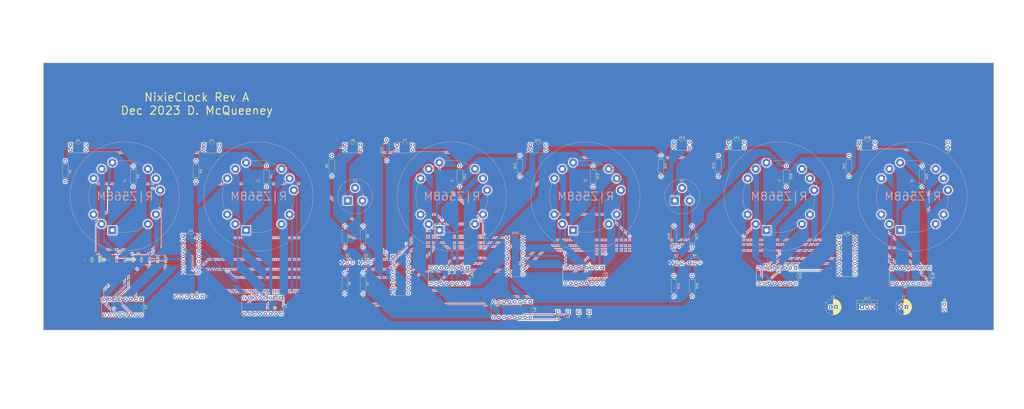
<source format=kicad_pcb>
(kicad_pcb (version 20221018) (generator pcbnew)
  (layers (0 "F.Cu" signal) (31 "B.Cu" signal) (34 "B.Paste" user) (35 "F.Paste" user) (36 "B.SilkS" user "B.Silkscreen") (37 "F.SilkS" user "F.Silkscreen") (38 "B.Mask" user) (39 "F.Mask" user) (44 "Edge.Cuts" user))
  (net 0 "")
  (net 1 "FFClk")
  (net 2 "FFStr")
  (net 3 "+5V")
  (net 4 "GND")
  (net 5 "+12V")
  (net 6 "HT")
  (net 7 "Net-(J2-Pin_1)")
  (net 8 "Net-(J4-Pin_1)")
  (net 9 "Net-(J3-Pin_1)")
  (net 10 "Net-(J5-Pin_1)")
  (net 11 "Net-(N1-D8)")
  (net 12 "Net-(N1-D9)")
  (net 13 "Net-(N1-D5)")
  (net 14 "Net-(N1-D7)")
  (net 15 "Net-(N1-D3)")
  (net 16 "Net-(N1-D6)")
  (net 17 "Net-(N1-D0)")
  (net 18 "Net-(N1-D2)")
  (net 19 "Net-(N1-D4)")
  (net 20 "Net-(N1-D1)")
  (net 21 "Net-(N2-D8)")
  (net 22 "Net-(N2-D9)")
  (net 23 "Net-(N2-D5)")
  (net 24 "Net-(N2-D7)")
  (net 25 "Net-(N2-D3)")
  (net 26 "Net-(N2-D6)")
  (net 27 "Net-(N2-D0)")
  (net 28 "Net-(N2-D2)")
  (net 29 "Net-(N2-D4)")
  (net 30 "Net-(N2-D1)")
  (net 31 "Net-(U7-Em)")
  (net 32 "Net-(N4-D8)")
  (net 33 "Net-(N4-D9)")
  (net 34 "Net-(N4-D5)")
  (net 35 "Net-(N4-D7)")
  (net 36 "Net-(N4-D3)")
  (net 37 "Net-(N4-D6)")
  (net 38 "Net-(N4-D0)")
  (net 39 "Net-(N4-D2)")
  (net 40 "Net-(N4-D4)")
  (net 41 "Net-(N4-D1)")
  (net 42 "Net-(N5-D8)")
  (net 43 "Net-(N5-D9)")
  (net 44 "Net-(N5-D5)")
  (net 45 "Net-(N5-D7)")
  (net 46 "Net-(N5-D3)")
  (net 47 "Net-(N5-D6)")
  (net 48 "Net-(N5-D0)")
  (net 49 "Net-(N5-D2)")
  (net 50 "Net-(N5-D4)")
  (net 51 "Net-(N5-D1)")
  (net 52 "Net-(U14-Em)")
  (net 53 "Net-(N7-D8)")
  (net 54 "Net-(N7-D9)")
  (net 55 "Net-(N7-D5)")
  (net 56 "Net-(N7-D7)")
  (net 57 "Net-(N7-D3)")
  (net 58 "Net-(N7-D6)")
  (net 59 "Net-(N7-D0)")
  (net 60 "Net-(N7-D2)")
  (net 61 "Net-(N7-D4)")
  (net 62 "Net-(N7-D1)")
  (net 63 "Net-(N8-D8)")
  (net 64 "Net-(N8-D9)")
  (net 65 "Net-(N8-D5)")
  (net 66 "Net-(N8-D7)")
  (net 67 "Net-(N8-D3)")
  (net 68 "Net-(N8-D6)")
  (net 69 "Net-(N8-D0)")
  (net 70 "PPM")
  (net 71 "Net-(N8-D2)")
  (net 72 "Net-(N8-D4)")
  (net 73 "Net-(N8-D1)")
  (net 74 "Net-(Q1-C)")
  (net 75 "Net-(Q1-B)")
  (net 76 "Net-(Q2-C)")
  (net 77 "Net-(Q2-B)")
  (net 78 "Net-(Q3-C)")
  (net 79 "Net-(Q3-B)")
  (net 80 "Net-(Q4-C)")
  (net 81 "Net-(Q4-B)")
  (net 82 "Net-(U1-An)")
  (net 83 "Net-(U1-Em)")
  (net 84 "Net-(U6-Em)")
  (net 85 "Net-(U13-Em)")
  (net 86 "Net-(U7-An)")
  (net 87 "Net-(U10-Q1)")
  (net 88 "Net-(U10-Q2)")
  (net 89 "Net-(U4-An)")
  (net 90 "Net-(U4-Em)")
  (net 91 "Net-(U6-An)")
  (net 92 "Net-(U9-Q1)")
  (net 93 "Net-(U14-An)")
  (net 94 "Net-(U10-Q3)")
  (net 95 "Net-(U10-Q4)")
  (net 96 "Net-(U9-Q2)")
  (net 97 "Net-(U11-An)")
  (net 98 "Net-(U11-Em)")
  (net 99 "Net-(U13-An)")
  (net 100 "Net-(U2-C)")
  (net 101 "Net-(U2-B)")
  (net 102 "Net-(U2-D)")
  (net 103 "Net-(U2-A)")
  (net 104 "Net-(U9-Q3)")
  (net 105 "Net-(U9-Q4)")
  (net 106 "Net-(U18-An)")
  (net 107 "Net-(U18-Em)")
  (net 108 "OptoEnN1")
  (net 109 "Net-(U10-QS2)")
  (net 111 "Net-(U10-D)")
  (net 112 "Net-(U3-Q8)")
  (net 113 "Net-(U3-Q7)")
  (net 114 "Net-(U3-Q6)")
  (net 116 "Net-(U3-Q5)")
  (net 118 "Net-(U10-Q8)")
  (net 119 "Net-(U10-Q7)")
  (net 120 "Net-(N1-PadA)")
  (net 121 "Net-(N2-PadA)")
  (net 122 "Net-(N4-PadA)")
  (net 123 "Net-(N5-PadA)")
  (net 124 "Net-(N7-PadA)")
  (net 125 "Net-(N8-PadA)")
  (net 126 "Net-(U10-Q6)")
  (net 127 "Net-(U10-Q5)")
  (net 128 "Net-(U15-A)")
  (net 129 "Net-(U15-D)")
  (net 130 "Net-(U15-B)")
  (net 131 "Net-(U15-C)")
  (net 132 "Net-(N3-PadC1)")
  (net 134 "Net-(N3-PadC2)")
  (net 135 "Net-(N6-PadC2)")
  (net 137 "Net-(N6-PadC1)")
  (net 138 "Data")
  (net 139 "Net-(U16-Q8)")
  (net 140 "Net-(U16-Q7)")
  (net 141 "Net-(U16-Q6)")
  (net 142 "Net-(U16-Q5)")
  (net 143 "OptoEnN2")
  (net 144 "OptoEnN3")
  (net 145 "OptoEnN4")
  (net 146 "OptoEnN5")
  (net 147 "OptoEnN6")
  (net 148 "OptoEnN7")
  (net 149 "OptoEnN8")
  (net 150 "Net-(U2-~{Q0})")
  (net 151 "Net-(U2-~{Q1})")
  (net 152 "Net-(U2-~{Q2})")
  (net 153 "Net-(U2-~{Q3})")
  (net 154 "Net-(U2-~{Q4})")
  (net 155 "Net-(U2-~{Q5})")
  (net 156 "Net-(U2-~{Q6})")
  (net 157 "Net-(U2-~{Q7})")
  (net 158 "Net-(U2-~{Q8})")
  (net 159 "Net-(U2-~{Q9})")
  (net 160 "Net-(U20-QS2)")
  (net 161 "Net-(U20-D)")
  (net 162 "Net-(U9-+5V)")
  (net 164 "Net-(U20-+5V)")
  (footprint "Capacitor_THT:CP_Radial_D7.5mm_P2.50mm" (layer "F.Cu") (at 443.23 553.72)
    (fp_text reference "C1")
    (fp_text value "CP1")
  )
  (footprint "Capacitor_THT:CP_Radial_D7.5mm_P2.50mm" (layer "F.Cu") (at 477.52 553.72)
    (fp_text reference "C2")
    (fp_text value "CP1")
  )
  (footprint "Connector_PinHeader_2.54mm:PinHeader_1x02_P2.54mm_Vertical" (layer "F.Cu") (at 500.38 476.25 180)
    (fp_text reference "J7")
    (fp_text value "170V In")
  )
  (footprint "Package_TO_SOT_THT:TO-92L_Inline_Wide" (layer "F.Cu") (at 205.74 532.13)
    (fp_text reference "Q1")
    (fp_text value "MPSA42")
  )
  (footprint "Package_TO_SOT_THT:TO-92L_Inline_Wide" (layer "F.Cu") (at 214.63 532.13)
    (fp_text reference "Q2")
    (fp_text value "MPSA42")
  )
  (footprint "Package_TO_SOT_THT:TO-92L_Inline_Wide" (layer "F.Cu") (at 365.76 532.13)
    (fp_text reference "Q3")
    (fp_text value "MPSA42")
  )
  (footprint "Package_TO_SOT_THT:TO-92L_Inline_Wide" (layer "F.Cu") (at 374.65 532.13)
    (fp_text reference "Q4")
    (fp_text value "MPSA42")
  )
  (footprint "Resistor_THT:R_Axial_DIN0207_L6.3mm_D2.5mm_P10.16mm_Horizontal" (layer "F.Cu") (at 71.12 482.6 -90)
    (fp_text reference "R1")
    (fp_text value "3K3")
  )
  (footprint "Resistor_THT:R_Axial_DIN0207_L6.3mm_D2.5mm_P10.16mm_Horizontal" (layer "F.Cu") (at 104.14 485.14 -90)
    (fp_text reference "R2")
    (fp_text value "8K2")
  )
  (footprint "Resistor_THT:R_Axial_DIN0207_L6.3mm_D2.5mm_P10.16mm_Horizontal" (layer "F.Cu") (at 134.62 482.6 -90)
    (fp_text reference "R3")
    (fp_text value "3K3")
  )
  (footprint "Resistor_THT:R_Axial_DIN0207_L6.3mm_D2.5mm_P10.16mm_Horizontal" (layer "F.Cu") (at 168.91 485.14 -90)
    (fp_text reference "R4")
    (fp_text value "8K2")
  )
  (footprint "Resistor_THT:R_Axial_DIN0207_L6.3mm_D2.5mm_P10.16mm_Horizontal" (layer "F.Cu") (at 200.66 490.22 90)
    (fp_text reference "R5")
    (fp_text value "3K3")
  )
  (footprint "Resistor_THT:R_Axial_DIN0207_L6.3mm_D2.5mm_P10.16mm_Horizontal" (layer "F.Cu") (at 207.01 537.21 -90)
    (fp_text reference "R6")
    (fp_text value "6K8")
  )
  (footprint "Resistor_THT:R_Axial_DIN0207_L6.3mm_D2.5mm_P10.16mm_Horizontal" (layer "F.Cu") (at 215.9 537.21 -90)
    (fp_text reference "R7")
    (fp_text value "6K8")
  )
  (footprint "Resistor_THT:R_Axial_DIN0207_L6.3mm_D2.5mm_P10.16mm_Horizontal" (layer "F.Cu") (at 215.9 514.35 -90)
    (fp_text reference "R8")
    (fp_text value "68K")
  )
  (footprint "Resistor_THT:R_Axial_DIN0207_L6.3mm_D2.5mm_P10.16mm_Horizontal" (layer "F.Cu") (at 207.01 514.35 -90)
    (fp_text reference "R9")
    (fp_text value "68K")
  )
  (footprint "Resistor_THT:R_Axial_DIN0207_L6.3mm_D2.5mm_P10.16mm_Horizontal" (layer "F.Cu") (at 227.33 482.6 90)
    (fp_text reference "R10")
    (fp_text value "3K3")
  )
  (footprint "Resistor_THT:R_Axial_DIN0207_L6.3mm_D2.5mm_P10.16mm_Horizontal" (layer "F.Cu") (at 262.89 485.14 -90)
    (fp_text reference "R11")
    (fp_text value "8K2")
  )
  (footprint "Resistor_THT:R_Axial_DIN0207_L6.3mm_D2.5mm_P10.16mm_Horizontal" (layer "F.Cu") (at 292.1 490.22 90)
    (fp_text reference "R12")
    (fp_text value "3K3")
  )
  (footprint "Resistor_THT:R_Axial_DIN0207_L6.3mm_D2.5mm_P10.16mm_Horizontal" (layer "F.Cu") (at 327.66 485.14 -90)
    (fp_text reference "R13")
    (fp_text value "8K2")
  )
  (footprint "Resistor_THT:R_Axial_DIN0207_L6.3mm_D2.5mm_P10.16mm_Horizontal" (layer "F.Cu") (at 360.68 480.06 -90)
    (fp_text reference "R14")
    (fp_text value "3K3")
  )
  (footprint "Resistor_THT:R_Axial_DIN0207_L6.3mm_D2.5mm_P10.16mm_Horizontal" (layer "F.Cu") (at 367.03 538.48 -90)
    (fp_text reference "R15")
    (fp_text value "6K8")
  )
  (footprint "Resistor_THT:R_Axial_DIN0207_L6.3mm_D2.5mm_P10.16mm_Horizontal" (layer "F.Cu") (at 375.92 538.48 -90)
    (fp_text reference "R16")
    (fp_text value "6K8")
  )
  (footprint "Resistor_THT:R_Axial_DIN0207_L6.3mm_D2.5mm_P10.16mm_Horizontal" (layer "F.Cu") (at 375.92 514.35 -90)
    (fp_text reference "R17")
    (fp_text value "68K")
  )
  (footprint "Resistor_THT:R_Axial_DIN0207_L6.3mm_D2.5mm_P10.16mm_Horizontal" (layer "F.Cu") (at 367.03 524.51 90)
    (fp_text reference "R18")
    (fp_text value "68K")
  )
  (footprint "Resistor_THT:R_Axial_DIN0207_L6.3mm_D2.5mm_P10.16mm_Horizontal" (layer "F.Cu") (at 388.62 490.22 90)
    (fp_text reference "R19")
    (fp_text value "3K3")
  )
  (footprint "Resistor_THT:R_Axial_DIN0207_L6.3mm_D2.5mm_P10.16mm_Horizontal" (layer "F.Cu") (at 421.64 485.14 -90)
    (fp_text reference "R20")
    (fp_text value "8K2")
  )
  (footprint "Resistor_THT:R_Axial_DIN0207_L6.3mm_D2.5mm_P10.16mm_Horizontal" (layer "F.Cu") (at 452.12 490.22 90)
    (fp_text reference "R21")
    (fp_text value "3K3")
  )
  (footprint "Resistor_THT:R_Axial_DIN0207_L6.3mm_D2.5mm_P10.16mm_Horizontal" (layer "F.Cu") (at 487.68 485.14 -90)
    (fp_text reference "R22")
    (fp_text value "8K2")
  )
  (footprint "Package_DIP:DIP-4_W7.62mm" (layer "F.Cu") (at 73.66 474.98)
    (fp_text reference "U1")
    (fp_text value "FOD832")
  )
  (footprint "Package_DIP:DIP-16_W7.62mm_Socket" (layer "F.Cu") (at 107.95 550 -90)
    (fp_text reference "U2")
    (fp_text value "74141")
  )
  (footprint "Package_DIP:DIP-16_W7.62mm" (layer "F.Cu") (at 128.38 519)
    (fp_text reference "U3")
    (fp_text value "74HC4094")
  )
  (footprint "Package_DIP:DIP-4_W7.62mm" (layer "F.Cu") (at 138.43 474.98)
    (fp_text reference "U4")
    (fp_text value "FOD832")
  )
  (footprint "Package_DIP:DIP-16_W7.62mm_Socket" (layer "F.Cu") (at 176 549.38 -90)
    (fp_text reference "U5")
    (fp_text value "74141")
  )
  (footprint "Package_DIP:DIP-4_W7.62mm" (layer "F.Cu") (at 207.01 474.98)
    (fp_text reference "U6")
    (fp_text value "FOD832")
  )
  (footprint "Package_DIP:DIP-4_W7.62mm" (layer "F.Cu") (at 232.41 474.98)
    (fp_text reference "U7")
    (fp_text value "FOD832")
  )
  (footprint "Package_DIP:DIP-16_W7.62mm_Socket" (layer "F.Cu") (at 266.7 534.67 -90)
    (fp_text reference "U8")
    (fp_text value "74141")
  )
  (footprint "Package_DIP:DIP-16_W7.62mm" (layer "F.Cu") (at 297.18 551.18 -90)
    (fp_text reference "U9")
    (fp_text value "74HC4094")
  )
  (footprint "Package_DIP:DIP-16_W7.62mm" (layer "F.Cu") (at 286 520)
    (fp_text reference "U10")
    (fp_text value "74HC4094")
  )
  (footprint "Package_DIP:DIP-4_W7.62mm" (layer "F.Cu") (at 297.18 474.98)
    (fp_text reference "U11")
    (fp_text value "FOD832")
  )
  (footprint "Package_DIP:DIP-4_W7.62mm" (layer "F.Cu") (at 367.03 473.71)
    (fp_text reference "U13")
    (fp_text value "FOD832")
  )
  (footprint "Package_DIP:DIP-4_W7.62mm" (layer "F.Cu") (at 393.7 473.71)
    (fp_text reference "U14")
    (fp_text value "FOD832")
  )
  (footprint "Package_DIP:DIP-16_W7.62mm_Socket" (layer "F.Cu") (at 447.38 519.92)
    (fp_text reference "U16")
    (fp_text value "74HC4094")
  )
  (footprint "Package_TO_SOT_THT:TO-220-3_Vertical" (layer "F.Cu") (at 458.47 553.72)
    (fp_text reference "U17")
    (fp_text value "7805")
  )
  (footprint "Package_DIP:DIP-4_W7.62mm" (layer "F.Cu") (at 457.2 473.71)
    (fp_text reference "U18")
    (fp_text value "FOD832")
  )
  (footprint "Package_DIP:DIP-16_W7.62mm_Socket" (layer "F.Cu") (at 490.9 534.7 -90)
    (fp_text reference "U19")
    (fp_text value "74141")
  )
  (footprint "Connector_PinHeader_2.54mm:PinHeader_1x06_P2.54mm_Vertical" (layer "F.Cu") (at 137.8 548.6 -90)
    (fp_text reference "J1")
    (fp_text value "To/From Processor")
  )
  (footprint "Package_DIP:DIP-16_W7.62mm_Socket" (layer "F.Cu") (at 332.1 534.6 -90)
    (fp_text reference "U12")
    (fp_text value "74141")
  )
  (footprint "Package_DIP:DIP-16_W7.62mm_Socket" (layer "F.Cu") (at 426.1612 534.7208 -90)
    (fp_text reference "U15")
    (fp_text value "74141")
  )
  (footprint "Connector_PinHeader_2.54mm:PinHeader_1x01_P2.54mm_Vertical" (layer "F.Cu") (at 310.515 556.26 180)
    (fp_text reference "J2")
    (fp_text value "Q5")
  )
  (footprint "Connector_PinHeader_2.54mm:PinHeader_1x01_P2.54mm_Vertical" (layer "F.Cu") (at 325.755 556.26 180)
    (fp_text reference "J5")
    (fp_text value "Q8")
  )
  (footprint "Connector_PinHeader_2.54mm:PinHeader_1x01_P2.54mm_Vertical" (layer "F.Cu") (at 320.675 556.26 180)
    (fp_text reference "J4")
    (fp_text value "Q7")
  )
  (footprint "Connector_PinHeader_2.54mm:PinHeader_1x01_P2.54mm_Vertical" (layer "F.Cu") (at 315.595 556.26 180)
    (fp_text reference "J3")
    (fp_text value "Q6")
  )
  (footprint "Connector_PinHeader_2.54mm:PinHeader_1x02_P2.54mm_Vertical" (layer "F.Cu") (at 498.475 552.45)
    (fp_text reference "J6")
    (fp_text value "12V input")
  )
  (footprint "Resistor_SMD:R_1210_3225Metric_Pad1.30x2.65mm_HandSolder" (layer "F.Cu") (at 118 530.84 -90)
    (fp_text reference "R32")
    (fp_text value "R_Small_US")
  )
  (footprint "Resistor_SMD:R_1210_3225Metric_Pad1.30x2.65mm_HandSolder" (layer "F.Cu") (at 82 530.76 -90)
    (fp_text reference "R23")
    (fp_text value "1")
  )
  (footprint "Resistor_SMD:R_1210_3225Metric_Pad1.30x2.65mm_HandSolder" (layer "F.Cu") (at 86 530.76 -90)
    (fp_text reference "R24")
    (fp_text value "R_Small_US")
  )
  (footprint "Resistor_SMD:R_1210_3225Metric_Pad1.30x2.65mm_HandSolder" (layer "F.Cu") (at 90 530.75 90)
    (fp_text reference "R25")
    (fp_text value "R_Small_US")
  )
  (footprint "Resistor_SMD:R_1210_3225Metric_Pad1.30x2.65mm_HandSolder" (layer "F.Cu") (at 94 530.76 -90)
    (fp_text reference "R26")
    (fp_text value "R_Small_US")
  )
  (footprint "Package_DIP:DIP-16_W7.62mm" (layer "F.Cu") (at 230.38 529.22)
    (fp_text reference "U20")
    (fp_text value "74HC4094")
  )
  (footprint "Resistor_SMD:R_1210_3225Metric_Pad1.30x2.65mm_HandSolder" (layer "F.Cu") (at 106 530.76 -90)
    (fp_text reference "R29")
    (fp_text value "R_Small_US")
  )
  (footprint "Resistor_SMD:R_1210_3225Metric_Pad1.30x2.65mm_HandSolder" (layer "F.Cu") (at 114 530.84 -90)
    (fp_text reference "R31")
    (fp_text value "R_Small_US")
  )
  (footprint "Resistor_SMD:R_1210_3225Metric_Pad1.30x2.65mm_HandSolder" (layer "F.Cu") (at 110 530.76 -90)
    (fp_text reference "R30")
    (fp_text value "R_Small_US")
  )
  (footprint "Resistor_SMD:R_1210_3225Metric_Pad1.30x2.65mm_HandSolder" (layer "F.Cu") (at 102 530.76 -90)
    (fp_text reference "R28")
    (fp_text value "R_Small_US")
  )
  (footprint "Resistor_SMD:R_1210_3225Metric_Pad1.30x2.65mm_HandSolder" (layer "F.Cu") (at 98 530.76 -90)
    (fp_text reference "R27")
    (fp_text value "R_Small_US")
  )
  (footprint "MedidoFootprints:RZ568M" (layer "B.Cu") (at 100 500)
    (fp_text reference "N1")
    (fp_text value "R|Z568M")
  )
  (footprint "MedidoFootprints:RZ568M" (layer "B.Cu") (at 165 500)
    (fp_text reference "N2")
    (fp_text value "R|Z568M")
  )
  (footprint "MedidoFootprints:Separator" (layer "B.Cu") (at 212 500)
    (fp_text reference "N3")
    (fp_text value "Separator")
  )
  (footprint "MedidoFootprints:RZ568M" (layer "B.Cu") (at 259 500)
    (fp_text reference "N4")
    (fp_text value "R|Z568M")
  )
  (footprint "MedidoFootprints:RZ568M" (layer "B.Cu") (at 324 500)
    (fp_text reference "N5")
    (fp_text value "R|Z568M")
  )
  (footprint "MedidoFootprints:Separator" (layer "B.Cu") (at 371 500)
    (fp_text reference "N6")
    (fp_text value "Separator")
  )
  (footprint "MedidoFootprints:RZ568M" (layer "B.Cu") (at 418 500)
    (fp_text reference "N7")
    (fp_text value "R|Z568M")
  )
  (footprint "MedidoFootprints:RZ568M" (layer "B.Cu") (at 483 500)
    (fp_text reference "N8")
    (fp_text value "R|Z568M")
  )
  (gr_line (start 60.47 435) (end 522.53 435) (stroke (width 0.15)) (layer "Edge.Cuts"))
  (gr_line (start 60.47 565) (end 522.53 565) (stroke (width 0.2)) (layer "Edge.Cuts"))
  (gr_line (start 60.47 435) (end 60.47 565) (stroke (width 0.15)) (layer "Edge.Cuts"))
  (gr_line (start 522.53 435) (end 522.53 565) (stroke (width 0.15)) (layer "Edge.Cuts"))
  (gr_text "NixieClock Rev A\nDec 2023 D. McQueeney" (at 135 455) (layer "F.SilkS") (effects (font (size 4 4) (thickness 0.5))))
  (segment (start 286 525.08) (end 287.1269 525.08) (width 0.25) (layer "F.Cu") (net 1))
  (segment (start 365.9933 523.9531) (end 366.5761 523.3703) (width 0.25) (layer "F.Cu") (net 1))
  (segment (start 132.8821 529.4755) (end 128.6135 525.2069) (width 0.25) (layer "F.Cu") (net 1))
  (segment (start 231.5069 534.0665) (end 231.5069 534.3) (width 0.25) (layer "F.Cu") (net 1))
  (segment (start 287.1269 525.08) (end 288.2538 523.9531) (width 0.25) (layer "F.Cu") (net 1))
  (segment (start 228.1837 535.3694) (end 229.2531 534.3) (width 0.25) (layer "F.Cu") (net 1))
  (segment (start 230.9435 534.3) (end 231.5069 534.3) (width 0.25) (layer "F.Cu") (net 1))
  (segment (start 132.8821 534.9148) (end 132.8821 529.4755) (width 0.25) (layer "F.Cu") (net 1))
  (segment (start 286 525.08) (end 284.8731 525.08) (width 0.25) (layer "F.Cu") (net 1))
  (segment (start 241.2453 524.3281) (end 231.5069 534.0665) (width 0.25) (layer "F.Cu") (net 1))
  (segment (start 230.9435 534.3) (end 230.38 534.3) (width 0.25) (layer "F.Cu") (net 1))
  (segment (start 366.5761 523.3703) (end 444.6234 523.3703) (width 0.25) (layer "F.Cu") (net 1))
  (segment (start 132.8821 534.9148) (end 135.027 534.9148) (width 0.25) (layer "F.Cu") (net 1))
  (segment (start 135.027 534.9148) (end 135.4816 535.3694) (width 0.25) (layer "F.Cu") (net 1))
  (segment (start 135.4816 535.3694) (end 228.1837 535.3694) (width 0.25) (layer "F.Cu") (net 1))
  (segment (start 288.2538 523.9531) (end 365.9933 523.9531) (width 0.25) (layer "F.Cu") (net 1))
  (segment (start 447.38 525) (end 446.2531 525) (width 0.25) (layer "F.Cu") (net 1))
  (segment (start 284.8731 525.08) (end 284.1212 524.3281) (width 0.25) (layer "F.Cu") (net 1))
  (segment (start 128.6135 525.2069) (end 128.38 525.2069) (width 0.25) (layer "F.Cu") (net 1))
  (segment (start 130.18 548.6) (end 130.18 537.6169) (width 0.25) (layer "F.Cu") (net 1))
  (segment (start 284.1212 524.3281) (end 241.2453 524.3281) (width 0.25) (layer "F.Cu") (net 1))
  (segment (start 130.18 537.6169) (end 132.8821 534.9148) (width 0.25) (layer "F.Cu") (net 1))
  (segment (start 128.38 524.08) (end 128.38 525.2069) (width 0.25) (layer "F.Cu") (net 1))
  (segment (start 444.6234 523.3703) (end 446.2531 525) (width 0.25) (layer "F.Cu") (net 1))
  (segment (start 230.38 534.3) (end 229.2531 534.3) (width 0.25) (layer "F.Cu") (net 1))
  (segment (start 286 525.08) (end 286 526.2069) (width 0.25) (layer "B.Cu") (net 1))
  (segment (start 287.1269 527.052) (end 287.1269 545.08) (width 0.25) (layer "B.Cu") (net 1))
  (segment (start 292.1 551.18) (end 292.1 550.0531) (width 0.25) (layer "B.Cu") (net 1))
  (segment (start 286.2818 526.2069) (end 287.1269 527.052) (width 0.25) (layer "B.Cu") (net 1))
  (segment (start 286 526.2069) (end 286.2818 526.2069) (width 0.25) (layer "B.Cu") (net 1))
  (segment (start 287.1269 545.08) (end 292.1 550.0531) (width 0.25) (layer "B.Cu") (net 1))
  (segment (start 286 520) (end 287.1269 520) (width 0.25) (layer "F.Cu") (net 2))
  (segment (start 218.7057 520.1269) (end 227.7988 529.22) (width 0.25) (layer "F.Cu") (net 2))
  (segment (start 130.6338 520.1269) (end 218.7057 520.1269) (width 0.25) (layer "F.Cu") (net 2))
  (segment (start 287.1269 520) (end 288.2832 521.1563) (width 0.25) (layer "F.Cu") (net 2))
  (segment (start 129.5069 519) (end 130.6338 520.1269) (width 0.25) (layer "F.Cu") (net 2))
  (segment (start 231.5069 529.22) (end 231.7492 529.22) (width 0.25) (layer "F.Cu") (net 2))
  (segment (start 288.2832 521.1563) (end 445.0168 521.1563) (width 0.25) (layer "F.Cu") (net 2))
  (segment (start 230.38 529.22) (end 231.5069 529.22) (width 0.25) (layer "F.Cu") (net 2))
  (segment (start 128.38 519) (end 129.5069 519) (width 0.25) (layer "F.Cu") (net 2))
  (segment (start 231.7492 529.22) (end 240.9692 520) (width 0.25) (layer "F.Cu") (net 2))
  (segment (start 240.9692 520) (end 286 520) (width 0.25) (layer "F.Cu") (net 2))
  (segment (start 445.0168 521.1563) (end 446.2531 519.92) (width 0.25) (layer "F.Cu") (net 2))
  (segment (start 227.7988 529.22) (end 230.38 529.22) (width 0.25) (layer "F.Cu") (net 2))
  (segment (start 447.38 519.92) (end 446.2531 519.92) (width 0.25) (layer "F.Cu") (net 2))
  (segment (start 287.5812 540.4543) (end 297.18 550.0531) (width 0.25) (layer "B.Cu") (net 2))
  (segment (start 286 520) (end 286 521.1269) (width 0.25) (layer "B.Cu") (net 2))
  (segment (start 286.2817 521.1269) (end 287.5812 522.4264) (width 0.25) (layer "B.Cu") (net 2))
  (segment (start 134.7798 526.245) (end 128.6617 520.1269) (width 0.25) (layer "B.Cu") (net 2))
  (segment (start 286 521.1269) (end 286.2817 521.1269) (width 0.25) (layer "B.Cu") (net 2))
  (segment (start 287.5812 522.4264) (end 287.5812 540.4543) (width 0.25) (layer "B.Cu") (net 2))
  (segment (start 135.26 547.4231) (end 134.7798 546.9429) (width 0.25) (layer "B.Cu") (net 2))
  (segment (start 128.38 519) (end 128.38 520.1269) (width 0.25) (layer "B.Cu") (net 2))
  (segment (start 134.7798 546.9429) (end 134.7798 526.245) (width 0.25) (layer "B.Cu") (net 2))
  (segment (start 135.26 548.6) (end 135.26 547.4231) (width 0.25) (layer "B.Cu") (net 2))
  (segment (start 128.6617 520.1269) (end 128.38 520.1269) (width 0.25) (layer "B.Cu") (net 2))
  (segment (start 297.18 551.18) (end 297.18 550.0531) (width 0.25) (layer "B.Cu") (net 2))
  (segment (start 256.5974 534.67) (end 255.4479 535.8195) (width 0.25) (layer "F.Cu") (net 3))
  (segment (start 454.3806 526.27) (end 453.5854 525.4748) (width 0.25) (layer "F.Cu") (net 3))
  (segment (start 326.4985 530.8867) (end 412.7124 530.8867) (width 0.25) (layer "F.Cu") (net 3))
  (segment (start 471.4648 526.27) (end 454.3806 526.27) (width 0.25) (layer "F.Cu") (net 3))
  (segment (start 127.982 522.81) (end 127.1987 523.5933) (width 0.25) (layer "F.Cu") (net 3))
  (segment (start 238.5302 540.65) (end 172.5454 540.65) (width 0.25) (layer "F.Cu") (net 3))
  (segment (start 243.3607 535.8195) (end 238.5302 540.65) (width 0.25) (layer "F.Cu") (net 3))
  (segment (start 260.6327 530.6921) (end 256.6548 534.67) (width 0.25) (layer "F.Cu") (net 3))
  (segment (start 453.5854 524.768) (end 454.7665 523.5869) (width 0.25) (layer "F.Cu") (net 3))
  (segment (start 447.7322 531.328) (end 453.5854 525.4748) (width 0.25) (layer "F.Cu") (net 3))
  (segment (start 133.6031 522.81) (end 127.982 522.81) (width 0.25) (layer "F.Cu") (net 3))
  (segment (start 323.0669 534.6) (end 323.0669 534.3183) (width 0.25) (layer "F.Cu") (net 3))
  (segment (start 256.54 534.67) (end 256.5974 534.67) (width 0.25) (layer "F.Cu") (net 3))
  (segment (start 124.6504 551.1483) (end 99.8317 551.1483) (width 0.25) (layer "F.Cu") (net 3))
  (segment (start 323.0669 534.3183) (end 326.4985 530.8867) (width 0.25) (layer "F.Cu") (net 3))
  (segment (start 136 521.54) (end 134.8731 521.54) (width 0.25) (layer "F.Cu") (net 3))
  (segment (start 172.5454 540.65) (end 168.2589 544.9365) (width 0.25) (layer "F.Cu") (net 3))
  (segment (start 480.74 534.7) (end 479.6131 534.7) (width 0.25) (layer "F.Cu") (net 3))
  (segment (start 127.1987 548.6) (end 124.6504 551.1483) (width 0.25) (layer "F.Cu") (net 3))
  (segment (start 419.394 531.328) (end 447.7322 531.328) (width 0.25) (layer "F.Cu") (net 3))
  (segment (start 97.79 550) (end 98.9169 550) (width 0.25) (layer "F.Cu") (net 3))
  (segment (start 416.0012 534.7208) (end 419.394 531.328) (width 0.25) (layer "F.Cu") (net 3))
  (segment (start 255.4479 535.8195) (end 243.3607 535.8195) (width 0.25) (layer "F.Cu") (net 3))
  (segment (start 98.9169 550.2335) (end 98.9169 550) (width 0.25) (layer "F.Cu") (net 3))
  (segment (start 321.94 534.6) (end 323.0669 534.6) (width 0.25) (layer "F.Cu") (net 3))
  (segment (start 479.6131 534.4183) (end 471.4648 526.27) (width 0.25) (layer "F.Cu") (net 3))
  (segment (start 463.55 553.72) (end 477.52 553.72) (width 0.25) (layer "F.Cu") (net 3))
  (segment (start 274.9804 530.6921) (end 260.6327 530.6921) (width 0.25) (layer "F.Cu") (net 3))
  (segment (start 127.1987 523.5933) (end 127.1987 548.6) (width 0.25) (layer "F.Cu") (net 3))
  (segment (start 256.5974 534.67) (end 256.6548 534.67) (width 0.25) (layer "F.Cu") (net 3))
  (segment (start 127.64 548.6) (end 127.1987 548.6) (width 0.25) (layer "F.Cu") (net 3))
  (segment (start 455 522.46) (end 455 523.5869) (width 0.25) (layer "F.Cu") (net 3))
  (segment (start 99.8317 551.1483) (end 98.9169 550.2335) (width 0.25) (layer "F.Cu") (net 3))
  (segment (start 479.6131 534.7) (end 479.6131 534.4183) (width 0.25) (layer "F.Cu") (net 3))
  (segment (start 453.5854 525.4748) (end 453.5854 524.768) (width 0.25) (layer "F.Cu") (net 3))
  (segment (start 134.8731 521.54) (end 133.6031 522.81) (width 0.25) (layer "F.Cu") (net 3))
  (segment (start 454.7665 523.5869) (end 455 523.5869) (width 0.25) (layer "F.Cu") (net 3))
  (via (at 168.2589 544.9365) (size 0.8) (drill 0.4) (layers "F.Cu" "B.Cu") (net 3))
  (via (at 274.9804 530.6921) (size 0.8) (drill 0.4) (layers "F.Cu" "B.Cu") (net 3))
  (via (at 412.7124 530.8867) (size 0.8) (drill 0.4) (layers "F.Cu" "B.Cu") (net 3))
  (segment (start 136 521.54) (end 136 520.1269) (width 0.25) (layer "B.Cu") (net 3))
  (segment (start 292.4931 520) (end 291.3202 518.8271) (width 0.25) (layer "B.Cu") (net 3))
  (segment (start 285.0439 518.8271) (end 274.9804 528.8906) (width 0.25) (layer "B.Cu") (net 3))
  (segment (start 455 519.92) (end 455 522.46) (width 0.25) (layer "B.Cu") (net 3))
  (segment (start 307.1058 522.54) (end 317.9187 533.3529) (width 0.25) (layer "B.Cu") (net 3))
  (segment (start 416.0012 534.7208) (end 416.0012 533.5939) (width 0.25) (layer "B.Cu") (net 3))
  (segment (start 293.62 520) (end 293.62 522.54) (width 0.25) (layer "B.Cu") (net 3))
  (segment (start 319.7995 533.3529) (end 320.8131 534.3665) (width 0.25) (layer "B.Cu") (net 3))
  (segment (start 274.9804 528.8906) (end 274.9804 530.6921) (width 0.25) (layer "B.Cu") (net 3))
  (segment (start 168.2589 545.8342) (end 168.2589 544.9365) (width 0.25) (layer "B.Cu") (net 3))
  (segment (start 320.8131 534.3665) (end 320.8131 534.6) (width 0.25) (layer "B.Cu") (net 3))
  (segment (start 136 521.54) (end 138.2097 521.54) (width 0.25) (layer "B.Cu") (net 3))
  (segment (start 415.4196 533.5939) (end 416.0012 533.5939) (width 0.25) (layer "B.Cu") (net 3))
  (segment (start 293.62 522.54) (end 307.1058 522.54) (width 0.25) (layer "B.Cu") (net 3))
  (segment (start 165.84 548.2531) (end 168.2589 545.8342) (width 0.25) (layer "B.Cu") (net 3))
  (segment (start 479.4041 550.709) (end 479.4041 537.1628) (width 0.25) (layer "B.Cu") (net 3))
  (segment (start 317.9187 533.3529) (end 319.7995 533.3529) (width 0.25) (layer "B.Cu") (net 3))
  (segment (start 165.84 549.38) (end 165.84 548.2531) (width 0.25) (layer "B.Cu") (net 3))
  (segment (start 164.9228 548.2531) (end 165.84 548.2531) (width 0.25) (layer "B.Cu") (net 3))
  (segment (start 136 519) (end 136 520.1269) (width 0.25) (layer "B.Cu") (net 3))
  (segment (start 477.52 553.72) (end 477.52 552.5931) (width 0.25) (layer "B.Cu") (net 3))
  (segment (start 293.62 520) (end 292.4931 520) (width 0.25) (layer "B.Cu") (net 3))
  (segment (start 479.4041 537.1628) (end 480.74 535.8269) (width 0.25) (layer "B.Cu") (net 3))
  (segment (start 321.94 534.6) (end 320.8131 534.6) (width 0.25) (layer "B.Cu") (net 3))
  (segment (start 412.7124 530.8867) (end 415.4196 533.5939) (width 0.25) (layer "B.Cu") (net 3))
  (segment (start 291.3202 518.8271) (end 285.0439 518.8271) (width 0.25) (layer "B.Cu") (net 3))
  (segment (start 477.52 552.5931) (end 479.4041 550.709) (width 0.25) (layer "B.Cu") (net 3))
  (segment (start 138.2097 521.54) (end 164.9228 548.2531) (width 0.25) (layer "B.Cu") (net 3))
  (segment (start 480.74 534.7) (end 480.74 535.8269) (width 0.25) (layer "B.Cu") (net 3))
  (segment (start 207.01 477.52) (end 213.0364 477.52) (width 0.25) (layer "F.Cu") (net 4))
  (segment (start 498.0709 477.3822) (end 499.2031 476.25) (width 0.25) (layer "F.Cu") (net 4))
  (segment (start 292.696 543.3491) (end 319.9175 543.3491) (width 0.25) (layer "F.Cu") (net 4))
  (segment (start 323.0669 541.9865) (end 323.0669 542.22) (width 0.25) (layer "F.Cu") (net 4))
  (segment (start 391.4462 477.3769) (end 392.5731 476.25) (width 0.25) (layer "F.Cu") (net 4))
  (segment (start 205.74 532.13) (end 206.8169 532.13) (width 0.25) (layer "F.Cu") (net 4))
  (segment (start 138.43 477.52) (end 137.3031 477.52) (width 0.25) (layer "F.Cu") (net 4))
  (segment (start 375.7269 532.2646) (end 386.9648 543.5025) (width 0.25) (layer "F.Cu") (net 4))
  (segment (start 368.1569 476.25) (end 369.2838 477.3769) (width 0.25) (layer "F.Cu") (net 4))
  (segment (start 364.6831 532.13) (end 356.9885 539.8246) (width 0.25) (layer "F.Cu") (net 4))
  (segment (start 496.0281 553.72) (end 497.2981 554.99) (width 0.25) (layer "F.Cu") (net 4))
  (segment (start 136.1291 478.694) (end 75.9609 478.694) (width 0.25) (layer "F.Cu") (net 4))
  (segment (start 73.66 477.52) (end 74.7869 477.52) (width 0.25) (layer "F.Cu") (net 4))
  (segment (start 232.7769 545.73) (end 252.1603 545.73) (width 0.25) (layer "F.Cu") (net 4))
  (segment (start 212.4762 531.0531) (end 213.5531 532.13) (width 0.25) (layer "F.Cu") (net 4))
  (segment (start 498.475 554.99) (end 497.2981 554.99) (width 0.25) (layer "F.Cu") (net 4))
  (segment (start 366.8369 532.1898) (end 367.854 533.2069) (width 0.25) (layer "F.Cu") (net 4))
  (segment (start 321.94 542.22) (end 320.8131 542.22) (width 0.25) (layer "F.Cu") (net 4))
  (segment (start 294.9037 478.6694) (end 296.0531 477.52) (width 0.25) (layer "F.Cu") (net 4))
  (segment (start 365.945 532.13) (end 365.76 532.13) (width 0.25) (layer "F.Cu") (net 4))
  (segment (start 287.1269 537.78) (end 292.696 543.3491) (width 0.25) (layer "F.Cu") (net 4))
  (segment (start 206.8169 532.13) (end 206.8169 531.9954) (width 0.25) (layer "F.Cu") (net 4))
  (segment (start 367.854 533.2069) (end 372.4962 533.2069) (width 0.25) (layer "F.Cu") (net 4))
  (segment (start 458.3269 476.25) (end 459.4591 477.3822) (width 0.25) (layer "F.Cu") (net 4))
  (segment (start 374.65 532.13) (end 373.5731 532.13) (width 0.25) (layer "F.Cu") (net 4))
  (segment (start 232.41 477.52) (end 231.2831 477.52) (width 0.25) (layer "F.Cu") (net 4))
  (segment (start 386.9648 543.5025) (end 413.9461 543.5025) (width 0.25) (layer "F.Cu") (net 4))
  (segment (start 459.4591 477.3822) (end 498.0709 477.3822) (width 0.25) (layer "F.Cu") (net 4))
  (segment (start 213.0364 477.52) (end 213.0364 477.5201) (width 0.25) (layer "F.Cu") (net 4))
  (segment (start 232.41 477.52) (end 233.5369 477.52) (width 0.25) (layer "F.Cu") (net 4))
  (segment (start 480.02 553.72) (end 496.0281 553.72) (width 0.25) (layer "F.Cu") (net 4))
  (segment (start 413.9461 543.5025) (end 414.8743 542.5743) (width 0.25) (layer "F.Cu") (net 4))
  (segment (start 252.1603 545.73) (end 255.6003 542.29) (width 0.25) (layer "F.Cu") (net 4))
  (segment (start 297.18 477.52) (end 296.0531 477.52) (width 0.25) (layer "F.Cu") (net 4))
  (segment (start 214.1632 478.6469) (end 230.1562 478.6469) (width 0.25) (layer "F.Cu") (net 4))
  (segment (start 256.54 542.29) (end 255.6003 542.29) (width 0.25) (layer "F.Cu") (net 4))
  (segment (start 372.4962 533.2069) (end 373.5731 532.13) (width 0.25) (layer "F.Cu") (net 4))
  (segment (start 375.7269 532.13) (end 375.7269 532.2646) (width 0.25) (layer "F.Cu") (net 4))
  (segment (start 137.3031 477.52) (end 136.1291 478.694) (width 0.25) (layer "F.Cu") (net 4))
  (segment (start 369.2838 477.3769) (end 391.4462 477.3769) (width 0.25) (layer "F.Cu") (net 4))
  (segment (start 457.2 476.25) (end 458.3269 476.25) (width 0.25) (layer "F.Cu") (net 4))
  (segment (start 500.38 476.25) (end 499.2031 476.25) (width 0.25) (layer "F.Cu") (net 4))
  (segment (start 319.9175 543.3491) (end 320.8131 542.4535) (width 0.25) (layer "F.Cu") (net 4))
  (segment (start 233.5369 477.52) (end 234.6863 478.6694) (width 0.25) (layer "F.Cu") (net 4))
  (segment (start 365.76 532.13) (end 364.6831 532.13) (width 0.25) (layer "F.Cu") (net 4))
  (segment (start 393.7 476.25) (end 392.5731 476.25) (width 0.25) (layer "F.Cu") (net 4))
  (segment (start 213.0364 477.5201) (end 214.1632 478.6469) (width 0.25) (layer "F.Cu") (net 4))
  (segment (start 367.03 476.25) (end 368.1569 476.25) (width 0.25) (layer "F.Cu") (net 4))
  (segment (start 230.1562 478.6469) (end 231.2831 477.52) (width 0.25) (layer "F.Cu") (net 4))
  (segment (start 414.8743 542.5743) (end 414.8743 542.3408) (width 0.25) (layer "F.Cu") (net 4))
  (segment (start 374.65 532.13) (end 375.7269 532.13) (width 0.25) (layer "F.Cu") (net 4))
  (segment (start 234.6863 478.6694) (end 294.9037 478.6694) (width 0.25) (layer "F.Cu") (net 4))
  (segment (start 366.8369 532.13) (end 366.8369 532.1898) (width 0.25) (layer "F.Cu") (net 4))
  (segment (start 214.63 532.13) (end 213.5531 532.13) (width 0.25) (layer "F.Cu") (net 4))
  (segment (start 286 537.78) (end 287.1269 537.78) (width 0.25) (layer "F.Cu") (net 4))
  (segment (start 416.0012 542.3408) (end 414.8743 542.3408) (width 0.25) (layer "F.Cu") (net 4))
  (segment (start 206.8169 531.9954) (end 207.7592 531.0531) (width 0.25) (layer "F.Cu") (net 4))
  (segment (start 356.9885 539.8246) (end 325.2288 539.8246) (width 0.25) (layer "F.Cu") (net 4))
  (segment (start 75.9609 478.694) (end 74.7869 477.52) (width 0.25) (layer "F.Cu") (net 4))
  (segment (start 325.2288 539.8246) (end 323.0669 541.9865) (width 0.25) (layer "F.Cu") (net 4))
  (segment (start 320.8131 542.4535) (end 320.8131 542.22) (width 0.25) (layer "F.Cu") (net 4))
  (segment (start 321.94 542.22) (end 323.0669 542.22) (width 0.25) (layer "F.Cu") (net 4))
  (segment (start 365.945 532.13) (end 366.8369 532.13) (width 0.25) (layer "F.Cu") (net 4))
  (segment (start 231.5069 547) (end 232.7769 545.73) (width 0.25) (layer "F.Cu") (net 4))
  (segment (start 207.7592 531.0531) (end 212.4762 531.0531) (width 0.25) (layer "F.Cu") (net 4))
  (segment (start 230.38 547) (end 231.5069 547) (width 0.25) (layer "F.Cu") (net 4))
  (segment (start 207.01 477.52) (end 207.01 478.6469) (width 0.25) (layer "B.Cu") (net 4))
  (segment (start 162.6889 554.7423) (end 164.7131 556.7665) (width 0.25) (layer "B.Cu") (net 4))
  (segment (start 418.1626 544.5022) (end 445.73 544.5022) (width 0.25) (layer "B.Cu") (net 4))
  (segment (start 165.84 557) (end 166.9669 557) (width 0.25) (layer "B.Cu") (net 4))
  (segment (start 124.5116 548.6) (end 127.5638 545.5478) (width 0.25) (layer "B.Cu") (net 4))
  (segment (start 123.9231 548.6) (end 113.7543 558.7688) (width 0.25) (layer "B.Cu") (net 4))
  (segment (start 217.6607 531.0043) (end 218.44 531.7836) (width 0.25) (layer "B.Cu") (net 4))
  (segment (start 199.2918 486.3651) (end 207.01 478.6469) (width 0.25) (layer "B.Cu") (net 4))
  (segment (start 131.45 549.085) (end 137.1073 554.7423) (width 0.25) (layer "B.Cu") (net 4))
  (segment (start 128.38 545.5478) (end 128.38 536.78) (width 0.25) (layer "B.Cu") (net 4))
  (segment (start 218.44 531.7836) (end 218.44 535.06) (width 0.25) (layer "B.Cu") (net 4))
  (segment (start 445.73 544.5022) (end 445.73 540.4769) (width 0.25) (layer "B.Cu") (net 4))
  (segment (start 137.1073 554.7423) (end 162.6889 554.7423) (width 0.25) (layer "B.Cu") (net 4))
  (segment (start 174.73 557.3497) (end 173.9527 558.127) (width 0.25) (layer "B.Cu") (net 4))
  (segment (start 98.9169 557.8535) (end 98.9169 557.62) (width 0.25) (layer "B.Cu") (net 4))
  (segment (start 199.2918 532.0824) (end 174.73 556.6442) (width 0.25) (layer "B.Cu") (net 4))
  (segment (start 447.6135 536.5731) (end 447.38 536.5731) (width 0.25) (layer "B.Cu") (net 4))
  (segment (start 128.38 545.5478) (end 128.8005 545.5478) (width 0.25) (layer "B.Cu") (net 4))
  (segment (start 167.8604 558.127) (end 166.9669 557.2335) (width 0.25) (layer "B.Cu") (net 4))
  (segment (start 448.7946 535.392) (end 447.6135 536.5731) (width 0.25) (layer "B.Cu") (net 4))
  (segment (start 447.38 537.7) (end 447.38 536.5731) (width 0.25) (layer "B.Cu") (net 4))
  (segment (start 445.73 552.3931) (end 445.73 553.72) (width 0.25) (layer "B.Cu") (net 4))
  (segment (start 447.38 537.7) (end 447.38 538.8269) (width 0.25) (layer "B.Cu") (net 4))
  (segment (start 445.73 540.4769) (end 447.38 538.8269) (width 0.25) (layer "B.Cu") (net 4))
  (segment (start 214.63 532.13) (end 215.7069 532.13) (width 0.25) (layer "B.Cu") (net 4))
  (segment (start 216.698 531.0043) (end 217.6607 531.0043) (width 0.25) (layer "B.Cu") (net 4))
  (segment (start 445.73 544.5022) (end 445.73 552.3931) (width 0.25) (layer "B.Cu") (net 4))
  (segment (start 97.79 557.62) (end 98.9169 557.62) (width 0.25) (layer "B.Cu") (net 4))
  (segment (start 480.02 553.72) (end 478.6892 555.0508) (width 0.25) (layer "B.Cu") (net 4))
  (segment (start 478.6892 555.0508) (end 462.3408 555.0508) (width 0.25) (layer "B.Cu") (net 4))
  (segment (start 215.7069 532.13) (end 215.7069 531.9954) (width 0.25) (layer "B.Cu") (net 4))
  (segment (start 256.54 542.29) (end 259.7569 545.5069) (width 0.25) (layer "B.Cu") (net 4))
  (segment (start 365.76 532.13) (end 365.76 531.0531) (width 0.25) (layer "B.Cu") (net 4))
  (segment (start 459.6831 552.3931) (end 445.73 552.3931) (width 0.25) (layer "B.Cu") (net 4))
  (segment (start 165.84 557) (end 164.7131 557) (width 0.25) (layer "B.Cu") (net 4))
  (segment (start 367.03 477.3769) (end 365.0791 479.3278) (width 0.25) (layer "B.Cu") (net 4))
  (segment (start 131.45 548.1973) (end 131.45 549.085) (width 0.25) (layer "B.Cu") (net 4))
  (segment (start 461.01 553.72) (end 459.6831 552.3931) (width 0.25) (layer "B.Cu") (net 4))
  (segment (start 128.8005 545.5478) (end 131.45 548.1973) (width 0.25) (layer "B.Cu") (net 4))
  (segment (start 189.2561 476.3294) (end 199.2918 486.3651) (width 0.25) (layer "B.Cu") (net 4))
  (segment (start 113.7543 558.7688) (end 99.8322 558.7688) (width 0.25) (layer "B.Cu") (net 4))
  (segment (start 138.43 477.52) (end 139.5569 477.52) (width 0.25) (layer "B.Cu") (net 4))
  (segment (start 448.7946 496.4254) (end 448.7946 535.392) (width 0.25) (layer "B.Cu") (net 4))
  (segment (start 174.73 556.6442) (end 174.73 557.3497) (width 0.25) (layer "B.Cu") (net 4))
  (segment (start 286 538.9069) (end 279.4 545.5069) (width 0.25) (layer "B.Cu") (net 4))
  (segment (start 215.7069 531.9954) (end 216.698 531.0043) (width 0.25) (layer "B.Cu") (net 4))
  (segment (start 259.7569 545.5069) (end 279.4 545.5069) (width 0.25) (layer "B.Cu") (net 4))
  (segment (start 125.1 548.6) (end 124.5116 548.6) (width 0.25) (layer "B.Cu") (net 4))
  (segment (start 139.5569 477.52) (end 140.7475 476.3294) (width 0.25) (layer "B.Cu") (net 4))
  (segment (start 365.0791 479.3278) (end 365.0791 530.3722) (width 0.25) (layer "B.Cu") (net 4))
  (segment (start 140.7475 476.3294) (end 189.2561 476.3294) (width 0.25) (layer "B.Cu") (net 4))
  (segment (start 367.03 476.25) (end 367.03 477.3769) (width 0.25) (layer "B.Cu") (net 4))
  (segment (start 480.74 553) (end 480.74 542.32) (width 0.25) (layer "B.Cu") (net 4))
  (segment (start 99.8322 558.7688) (end 98.9169 557.8535) (width 0.25) (layer "B.Cu") (net 4))
  (segment (start 205.74 532.13) (end 199.3394 532.13) (width 0.25) (layer "B.Cu") (net 4))
  (segment (start 365.0791 530.3722) (end 365.76 531.0531) (width 0.25) (layer "B.Cu") (net 4))
  (segment (start 166.9669 557.2335) (end 166.9669 557) (width 0.25) (layer "B.Cu") (net 4))
  (segment (start 457.2 488.02) (end 448.7946 496.4254) (width 0.25) (layer "B.Cu") (net 4))
  (segment (start 127.5638 545.5478) (end 128.38 545.5478) (width 0.25) (layer "B.Cu") (net 4))
  (segment (start 286 537.78) (end 286 538.9069) (width 0.25) (layer "B.Cu") (net 4))
  (segment (start 279.4 551.18) (end 279.4 545.5069) (width 0.25) (layer "B.Cu") (net 4))
  (segment (start 457.2 476.25) (end 457.2 488.02) (width 0.25) (layer "B.Cu") (net 4))
  (segment (start 124.5116 548.6) (end 123.9231 548.6) (width 0.25) (layer "B.Cu") (net 4))
  (segment (start 173.9527 558.127) (end 167.8604 558.127) (width 0.25) (layer "B.Cu") (net 4))
  (segment (start 199.3394 532.13) (end 199.2918 532.0824) (width 0.25) (layer "B.Cu") (net 4))
  (segment (start 218.44 535.06) (end 230.38 547) (width 0.25) (layer "B.Cu") (net 4))
  (segment (start 416.0012 542.3408) (end 418.1626 544.5022) (width 0.25) (layer "B.Cu") (net 4))
  (segment (start 480.02 553.72) (end 480.74 553) (width 0.25) (layer "B.Cu") (net 4))
  (segment (start 199.2918 532.0824) (end 199.2918 486.3651) (width 0.25) (layer "B.Cu") (net 4))
  (segment (start 462.3408 555.0508) (end 461.01 553.72) (width 0.25) (layer "B.Cu") (net 4))
  (segment (start 164.7131 556.7665) (end 164.7131 557) (width 0.25) (layer "B.Cu") (net 4))
  (segment (start 443.23 553.72) (end 444.3569 553.72) (width 0.25) (layer "F.Cu") (net 5))
  (segment (start 457.1906 553.72) (end 456.0637 554.8469) (width 0.25) (layer "F.Cu") (net 5))
  (segment (start 459.8107 552.3793) (end 458.47 553.72) (width 0.25) (layer "F.Cu") (net 5))
  (segment (start 458.47 553.72) (end 457.1906 553.72) (width 0.25) (layer "F.Cu") (net 5))
  (segment (start 444.3569 554.0018) (end 444.3569 553.72) (width 0.25) (layer "F.Cu") (net 5))
  (segment (start 445.202 554.8469) (end 444.3569 554.0018) (width 0.25) (layer "F.Cu") (net 5))
  (segment (start 498.475 552.45) (end 497.2981 552.45) (width 0.25) (layer "F.Cu") (net 5))
  (segment (start 456.0637 554.8469) (end 445.202 554.8469) (width 0.25) (layer "F.Cu") (net 5))
  (segment (start 497.2981 552.45) (end 497.2274 552.3793) (width 0.25) (layer "F.Cu") (net 5))
  (segment (start 497.2274 552.3793) (end 459.8107 552.3793) (width 0.25) (layer "F.Cu") (net 5))
  (segment (start 143.7254 476.1777) (end 83.6046 476.1777) (width 0.25) (layer "F.Cu") (net 6))
  (segment (start 462.5025 474.9006) (end 403.6375 474.9006) (width 0.25) (layer "F.Cu") (net 6))
  (segment (start 303.6731 474.98) (end 302.4754 476.1777) (width 0.25) (layer "F.Cu") (net 6))
  (segment (start 214.63 474.98) (end 215.7569 474.98) (width 0.25) (layer "F.Cu") (net 6))
  (segment (start 213.5031 474.98) (end 212.3054 476.1777) (width 0.25) (layer "F.Cu") (net 6))
  (segment (start 401.32 473.71) (end 400.1931 473.71) (width 0.25) (layer "F.Cu") (net 6))
  (segment (start 372.2531 474.98) (end 304.8 474.98) (width 0.25) (layer "F.Cu") (net 6))
  (segment (start 373.5231 473.71) (end 372.2531 474.98) (width 0.25) (layer "F.Cu") (net 6))
  (segment (start 83.6046 476.1777) (end 82.4069 474.98) (width 0.25) (layer "F.Cu") (net 6))
  (segment (start 302.4754 476.1777) (end 242.3546 476.1777) (width 0.25) (layer "F.Cu") (net 6))
  (segment (start 401.32 473.71) (end 402.4469 473.71) (width 0.25) (layer "F.Cu") (net 6))
  (segment (start 144.9231 474.98) (end 143.7254 476.1777) (width 0.25) (layer "F.Cu") (net 6))
  (segment (start 304.8 474.98) (end 303.6731 474.98) (width 0.25) (layer "F.Cu") (net 6))
  (segment (start 212.3054 476.1777) (end 148.3746 476.1777) (width 0.25) (layer "F.Cu") (net 6))
  (segment (start 464.82 473.71) (end 500.38 473.71) (width 0.25) (layer "F.Cu") (net 6))
  (segment (start 216.8838 473.8531) (end 215.7569 474.98) (width 0.25) (layer "F.Cu") (net 6))
  (segment (start 214.63 474.98) (end 213.5031 474.98) (width 0.25) (layer "F.Cu") (net 6))
  (segment (start 146.05 474.98) (end 144.9231 474.98) (width 0.25) (layer "F.Cu") (net 6))
  (segment (start 400.1931 473.71) (end 399.0449 472.5618) (width 0.25) (layer "F.Cu") (net 6))
  (segment (start 463.6931 473.71) (end 462.5025 474.9006) (width 0.25) (layer "F.Cu") (net 6))
  (segment (start 240.03 474.98) (end 238.9031 474.98) (width 0.25) (layer "F.Cu") (net 6))
  (segment (start 237.7762 473.8531) (end 216.8838 473.8531) (width 0.25) (layer "F.Cu") (net 6))
  (segment (start 148.3746 476.1777) (end 147.1769 474.98) (width 0.25) (layer "F.Cu") (net 6))
  (segment (start 399.0449 472.5618) (end 376.9251 472.5618) (width 0.25) (layer "F.Cu") (net 6))
  (segment (start 374.65 473.71) (end 373.5231 473.71) (width 0.25) (layer "F.Cu") (net 6))
  (segment (start 240.03 474.98) (end 241.1569 474.98) (width 0.25) (layer "F.Cu") (net 6))
  (segment (start 81.28 474.98) (end 82.4069 474.98) (width 0.25) (layer "F.Cu") (net 6))
  (segment (start 376.9251 472.5618) (end 375.7769 473.71) (width 0.25) (layer "F.Cu") (net 6))
  (segment (start 374.65 473.71) (end 375.7769 473.71) (width 0.25) (layer "F.Cu") (net 6))
  (segment (start 403.6375 474.9006) (end 402.4469 473.71) (width 0.25) (layer "F.Cu") (net 6))
  (segment (start 146.05 474.98) (end 147.1769 474.98) (width 0.25) (layer "F.Cu") (net 6))
  (segment (start 464.82 473.71) (end 463.6931 473.71) (width 0.25) (layer "F.Cu") (net 6))
  (segment (start 242.3546 476.1777) (end 241.1569 474.98) (width 0.25) (layer "F.Cu") (net 6))
  (segment (start 238.9031 474.98) (end 237.7762 473.8531) (width 0.25) (layer "F.Cu") (net 6))
  (segment (start 293.2269 558.5665) (end 293.2269 558.8) (width 0.25) (layer "B.Cu") (net 7))
  (segment (start 309.3381 556.26) (end 308.2542 557.3439) (width 0.25) (layer "B.Cu") (net 7))
  (segment (start 294.4495 557.3439) (end 293.2269 558.5665) (width 0.25) (layer "B.Cu") (net 7))
  (segment (start 310.515 556.26) (end 309.3381 556.26) (width 0.25) (layer "B.Cu") (net 7))
  (segment (start 292.1 558.8) (end 293.2269 558.8) (width 0.25) (layer "B.Cu") (net 7))
  (segment (start 308.2542 557.3439) (end 294.4495 557.3439) (width 0.25) (layer "B.Cu") (net 7))
  (segment (start 287.02 558.8) (end 288.1469 558.8) (width 0.25) (layer "F.Cu") (net 8))
  (segment (start 320.675 556.26) (end 319.4981 556.26) (width 0.25) (layer "F.Cu") (net 8))
  (segment (start 318.3212 557.4369) (end 289.2765 557.4369) (width 0.25) (layer "F.Cu") (net 8))
  (segment (start 319.4981 556.26) (end 318.3212 557.4369) (width 0.25) (layer "F.Cu") (net 8))
  (segment (start 288.1469 558.5665) (end 288.1469 558.8) (width 0.25) (layer "F.Cu") (net 8))
  (segment (start 289.2765 557.4369) (end 288.1469 558.5665) (width 0.25) (layer "F.Cu") (net 8))
  (segment (start 290.6869 559.0335) (end 290.6869 558.8) (width 0.25) (layer "B.Cu") (net 9))
  (segment (start 314.4181 556.26) (end 310.751 559.9271) (width 0.25) (layer "B.Cu") (net 9))
  (segment (start 289.56 558.8) (end 290.6869 558.8) (width 0.25) (layer "B.Cu") (net 9))
  (segment (start 310.751 559.9271) (end 291.5805 559.9271) (width 0.25) (layer "B.Cu") (net 9))
  (segment (start 315.595 556.26) (end 314.4181 556.26) (width 0.25) (layer "B.Cu") (net 9))
  (segment (start 291.5805 559.9271) (end 290.6869 559.0335) (width 0.25) (layer "B.Cu") (net 9))
  (segment (start 284.48 558.8) (end 285.6069 558.8) (width 0.25) (layer "F.Cu") (net 10))
  (segment (start 286.5005 559.9271) (end 285.6069 559.0335) (width 0.25) (layer "F.Cu") (net 10))
  (segment (start 285.6069 559.0335) (end 285.6069 558.8) (width 0.25) (layer "F.Cu") (net 10))
  (segment (start 325.755 556.26) (end 324.5781 556.26) (width 0.25) (layer "F.Cu") (net 10))
  (segment (start 320.911 559.9271) (end 286.5005 559.9271) (width 0.25) (layer "F.Cu") (net 10))
  (segment (start 324.5781 556.26) (end 320.911 559.9271) (width 0.25) (layer "F.Cu") (net 10))
  (segment (start 113.7314 529.0214) (end 113.7314 526.7241) (width 0.25) (layer "F.Cu") (net 11))
  (segment (start 114 529.29) (end 113.7314 529.0214) (width 0.25) (layer "F.Cu") (net 11))
  (via (at 113.7314 526.7241) (size 0.8) (drill 0.4) (layers "F.Cu" "B.Cu") (net 11))
  (segment (start 113.7314 526.7241) (end 113.7314 512.4555) (width 0.25) (layer "B.Cu") (net 11))
  (segment (start 113.7314 512.4555) (end 111.2488 509.9729) (width 0.25) (layer "B.Cu") (net 11))
  (segment (start 111.2488 509.9729) (end 111.2488 486.5942) (width 0.25) (layer "B.Cu") (net 11))
  (segment (start 113.7046 502.7127) (end 118 507.0081) (width 0.25) (layer "F.Cu") (net 12))
  (segment (start 118 507.0081) (end 118 529.29) (width 0.25) (layer "F.Cu") (net 12))
  (segment (start 113.7046 496.0537) (end 113.7046 502.7127) (width 0.25) (layer "F.Cu") (net 12))
  (via (at 113.7046 496.0537) (size 0.8) (drill 0.4) (layers "F.Cu" "B.Cu") (net 12))
  (segment (start 113.7046 492.7008) (end 113.7046 496.0537) (width 0.25) (layer "B.Cu") (net 12))
  (segment (start 115.1554 491.25) (end 113.7046 492.7008) (width 0.25) (layer "B.Cu") (net 12))
  (segment (start 103.2618 527.9482) (end 102 529.21) (width 0.25) (layer "F.Cu") (net 13))
  (segment (start 103.7103 527.9482) (end 103.2618 527.9482) (width 0.25) (layer "F.Cu") (net 13))
  (via (at 103.7103 527.9482) (size 0.8) (drill 0.4) (layers "F.Cu" "B.Cu") (net 13))
  (segment (start 113.6043 527.9482) (end 103.7103 527.9482) (width 0.25) (layer "B.Cu") (net 13))
  (segment (start 117.5223 524.0302) (end 113.6043 527.9482) (width 0.25) (layer "B.Cu") (net 13))
  (segment (start 117.5223 497.2494) (end 117.5223 524.0302) (width 0.25) (layer "B.Cu") (net 13))
  (segment (start 117.2341 496.9612) (end 117.5223 497.2494) (width 0.25) (layer "B.Cu") (net 13))
  (segment (start 115.1554 508.75) (end 115.1554 524.0546) (width 0.25) (layer "F.Cu") (net 14))
  (segment (start 115.1554 524.0546) (end 110 529.21) (width 0.25) (layer "F.Cu") (net 14))
  (segment (start 94.6055 528.6045) (end 95.9543 528.6045) (width 0.25) (layer "F.Cu") (net 15))
  (segment (start 94 529.21) (end 94.6055 528.6045) (width 0.25) (layer "F.Cu") (net 15))
  (via (at 95.9543 528.6045) (size 0.8) (drill 0.4) (layers "F.Cu" "B.Cu") (net 15))
  (segment (start 111.2488 513.6092) (end 111.2488 513.4058) (width 0.25) (layer "B.Cu") (net 15))
  (segment (start 96.2535 528.6045) (end 111.2488 513.6092) (width 0.25) (layer "B.Cu") (net 15))
  (segment (start 95.9543 528.6045) (end 96.2535 528.6045) (width 0.25) (layer "B.Cu") (net 15))
  (segment (start 104.709 530.501) (end 104.6161 530.501) (width 0.25) (layer "F.Cu") (net 16))
  (segment (start 106 529.21) (end 104.709 530.501) (width 0.25) (layer "F.Cu") (net 16))
  (via (at 104.6161 530.501) (size 0.8) (drill 0.4) (layers "F.Cu" "B.Cu") (net 16))
  (segment (start 88.7512 522.4334) (end 96.8188 530.501) (width 0.25) (layer "B.Cu") (net 16))
  (segment (start 88.7512 513.4058) (end 88.7512 522.4334) (width 0.25) (layer "B.Cu") (net 16))
  (segment (start 96.8188 530.501) (end 104.6161 530.501) (width 0.25) (layer "B.Cu") (net 16))
  (segment (start 84.8446 508.75) (end 84.8446 526.3654) (width 0.25) (layer "F.Cu") (net 17))
  (segment (start 84.8446 526.3654) (end 82 529.21) (width 0.25) (layer "F.Cu") (net 17))
  (segment (start 89.7677 530.8827) (end 90 531.115) (width 0.25) (layer "F.Cu") (net 18))
  (segment (start 90 531.115) (end 90 532.3) (width 0.25) (layer "F.Cu") (net 18))
  (via (at 89.7677 530.8827) (size 0.8) (drill 0.4) (layers "F.Cu" "B.Cu") (net 18))
  (segment (start 84.8446 491.25) (end 87.2152 493.6206) (width 0.25) (layer "B.Cu") (net 18))
  (segment (start 87.2152 510.3632) (end 86.3913 511.1871) (width 0.25) (layer "B.Cu") (net 18))
  (segment (start 87.2152 493.6206) (end 87.2152 510.3632) (width 0.25) (layer "B.Cu") (net 18))
  (segment (start 86.3913 511.1871) (end 86.3913 527.5063) (width 0.25) (layer "B.Cu") (net 18))
  (segment (start 86.3913 527.5063) (end 89.7677 530.8827) (width 0.25) (layer "B.Cu") (net 18))
  (segment (start 98 529.21) (end 98 527.4116) (width 0.25) (layer "F.Cu") (net 19))
  (segment (start 98 527.4116) (end 97.2092 526.6208) (width 0.25) (layer "F.Cu") (net 19))
  (via (at 97.2092 526.6208) (size 0.8) (drill 0.4) (layers "F.Cu" "B.Cu") (net 19))
  (segment (start 91.2909 489.1339) (end 91.2909 520.7025) (width 0.25) (layer "B.Cu") (net 19))
  (segment (start 91.2909 520.7025) (end 97.2092 526.6208) (width 0.25) (layer "B.Cu") (net 19))
  (segment (start 88.7512 486.5942) (end 91.2909 489.1339) (width 0.25) (layer "B.Cu") (net 19))
  (segment (start 92.0178 496.0585) (end 92.0178 506.8485) (width 0.25) (layer "F.Cu") (net 20))
  (segment (start 85.5481 513.3182) (end 85.5481 526.61) (width 0.25) (layer "F.Cu") (net 20))
  (segment (start 84.3126 527.8455) (end 84.3126 530.6226) (width 0.25) (layer "F.Cu") (net 20))
  (segment (start 84.3126 530.6226) (end 86 532.31) (width 0.25) (layer "F.Cu") (net 20))
  (segment (start 92.0178 506.8485) (end 85.5481 513.3182) (width 0.25) (layer "F.Cu") (net 20))
  (segment (start 85.5481 526.61) (end 84.3126 527.8455) (width 0.25) (layer "F.Cu") (net 20))
  (via (at 92.0178 496.0585) (size 0.8) (drill 0.4) (layers "F.Cu" "B.Cu") (net 20))
  (segment (start 94.0146 494.0617) (end 92.0178 496.0585) (width 0.25) (layer "B.Cu") (net 20))
  (segment (start 94.0146 483.5554) (end 94.0146 494.0617) (width 0.25) (layer "B.Cu") (net 20))
  (segment (start 172.9562 550.5069) (end 174.028 550.5069) (width 0.25) (layer "B.Cu") (net 21))
  (segment (start 172.2985 490.5445) (end 172.2985 549.8492) (width 0.25) (layer "B.Cu") (net 21))
  (segment (start 176 549.38) (end 174.8731 549.38) (width 0.25) (layer "B.Cu") (net 21))
  (segment (start 172.2985 549.8492) (end 172.9562 550.5069) (width 0.25) (layer "B.Cu") (net 21))
  (segment (start 176.2488 486.5942) (end 172.2985 490.5445) (width 0.25) (layer "B.Cu") (net 21))
  (segment (start 174.028 550.5069) (end 174.8731 549.6618) (width 0.25) (layer "B.Cu") (net 21))
  (segment (start 174.8731 549.6618) (end 174.8731 549.38) (width 0.25) (layer "B.Cu") (net 21))
  (segment (start 173.46 497.9454) (end 173.46 549.38) (width 0.25) (layer "B.Cu") (net 22))
  (segment (start 180.1554 491.25) (end 173.46 497.9454) (width 0.25) (layer "B.Cu") (net 22))
  (segment (start 182.524 497.2511) (end 182.524 545.87) (width 0.25) (layer "B.Cu") (net 23))
  (segment (start 182.2341 496.9612) (end 182.524 497.2511) (width 0.25) (layer "B.Cu") (net 23))
  (segment (start 172.0469 556.3471) (end 172.0469 557) (width 0.25) (layer "B.Cu") (net 23))
  (segment (start 170.92 557) (end 172.0469 557) (width 0.25) (layer "B.Cu") (net 23))
  (segment (start 182.524 545.87) (end 172.0469 556.3471) (width 0.25) (layer "B.Cu") (net 23))
  (segment (start 161.8869 556.7665) (end 161.8869 557) (width 0.25) (layer "F.Cu") (net 24))
  (segment (start 164.388 554.2654) (end 161.8869 556.7665) (width 0.25) (layer "F.Cu") (net 24))
  (segment (start 160.76 557) (end 161.8869 557) (width 0.25) (layer "F.Cu") (net 24))
  (segment (start 173.1006 554.2654) (end 164.388 554.2654) (width 0.25) (layer "F.Cu") (net 24))
  (via (at 173.1006 554.2654) (size 0.8) (drill 0.4) (layers "F.Cu" "B.Cu") (net 24))
  (segment (start 180.1554 547.2869) (end 173.1769 554.2654) (width 0.25) (layer "B.Cu") (net 24))
  (segment (start 173.1769 554.2654) (end 173.1006 554.2654) (width 0.25) (layer "B.Cu") (net 24))
  (segment (start 180.1554 508.75) (end 180.1554 547.2869) (width 0.25) (layer "B.Cu") (net 24))
  (segment (start 172.3331 549.6206) (end 172.3331 548.9132) (width 0.25) (layer "F.Cu") (net 25))
  (segment (start 173.0313 548.215) (end 174.4297 548.215) (width 0.25) (layer "F.Cu") (net 25))
  (segment (start 159.3469 557) (end 159.3469 556.7183) (width 0.25) (layer "F.Cu") (net 25))
  (segment (start 159.3469 556.7183) (end 162.7674 553.2978) (width 0.25) (layer "F.Cu") (net 25))
  (segment (start 162.7674 553.2978) (end 168.6559 553.2978) (width 0.25) (layer "F.Cu") (net 25))
  (segment (start 174.4297 548.215) (end 174.5481 548.3334) (width 0.25) (layer "F.Cu") (net 25))
  (segment (start 172.3331 548.9132) (end 173.0313 548.215) (width 0.25) (layer "F.Cu") (net 25))
  (segment (start 158.22 557) (end 159.3469 557) (width 0.25) (layer "F.Cu") (net 25))
  (segment (start 168.6559 553.2978) (end 172.3331 549.6206) (width 0.25) (layer "F.Cu") (net 25))
  (via (at 174.5481 548.3334) (size 0.8) (drill 0.4) (layers "F.Cu" "B.Cu") (net 25))
  (segment (start 174.5481 548.3334) (end 174.5481 515.1065) (width 0.25) (layer "B.Cu") (net 25))
  (segment (start 174.5481 515.1065) (end 176.2488 513.4058) (width 0.25) (layer "B.Cu") (net 25))
  (segment (start 157.0483 557.4574) (end 157.7204 558.1295) (width 0.25) (layer "F.Cu") (net 26))
  (segment (start 162.03 549.8605) (end 157.0483 554.8422) (width 0.25) (layer "F.Cu") (net 26))
  (segment (start 157.0483 554.8422) (end 157.0483 557.4574) (width 0.25) (layer "F.Cu") (net 26))
  (segment (start 157.7204 558.1295) (end 162.1705 558.1295) (width 0.25) (layer "F.Cu") (net 26))
  (segment (start 165.0084 547.205) (end 164.9211 547.1177) (width 0.25) (layer "F.Cu") (net 26))
  (segment (start 164.9211 547.1177) (end 162.5966 547.1177) (width 0.25) (layer "F.Cu") (net 26))
  (segment (start 162.1705 558.1295) (end 163.3 557) (width 0.25) (layer "F.Cu") (net 26))
  (segment (start 162.5966 547.1177) (end 162.03 547.6843) (width 0.25) (layer "F.Cu") (net 26))
  (segment (start 162.03 547.6843) (end 162.03 549.8605) (width 0.25) (layer "F.Cu") (net 26))
  (via (at 165.0084 547.205) (size 0.8) (drill 0.4) (layers "F.Cu" "B.Cu") (net 26))
  (segment (start 153.7512 535.9478) (end 165.0084 547.205) (width 0.25) (layer "B.Cu") (net 26))
  (segment (start 153.7512 513.4058) (end 153.7512 535.9478) (width 0.25) (layer "B.Cu") (net 26))
  (segment (start 169.2299 547.5242) (end 176.2752 547.5242) (width 0.25) (layer "F.Cu") (net 27))
  (segment (start 177.1269 554.7462) (end 176 555.8731) (width 0.25) (layer "F.Cu") (net 27))
  (segment (start 176.2752 547.5242) (end 177.1269 548.3759) (width 0.25) (layer "F.Cu") (net 27))
  (segment (start 176 557) (end 176 555.8731) (width 0.25) (layer "F.Cu") (net 27))
  (segment (start 177.1269 548.3759) (end 177.1269 554.7462) (width 0.25) (layer "F.Cu") (net 27))
  (via (at 169.2299 547.5242) (size 0.8) (drill 0.4) (layers "F.Cu" "B.Cu") (net 27))
  (segment (start 156.0781 529.6346) (end 168.9859 542.5424) (width 0.25) (layer "B.Cu") (net 27))
  (segment (start 168.9859 547.2802) (end 169.2299 547.5242) (width 0.25) (layer "B.Cu") (net 27))
  (segment (start 149.8446 508.75) (end 152.4526 508.75) (width 0.25) (layer "B.Cu") (net 27))
  (segment (start 152.4526 508.75) (end 156.0781 512.3755) (width 0.25) (layer "B.Cu") (net 27))
  (segment (start 156.0781 512.3755) (end 156.0781 529.6346) (width 0.25) (layer "B.Cu") (net 27))
  (segment (start 168.9859 542.5424) (end 168.9859 547.2802) (width 0.25) (layer "B.Cu") (net 27))
  (segment (start 164.4671 549.8153) (end 163.7694 550.513) (width 0.25) (layer "B.Cu") (net 28))
  (segment (start 134.8352 522.0348) (end 135.6843 522.8839) (width 0.25) (layer "B.Cu") (net 28))
  (segment (start 149.8446 491.25) (end 134.8352 506.2594) (width 0.25) (layer "B.Cu") (net 28))
  (segment (start 159.3469 549.6135) (end 159.3469 549.38) (width 0.25) (layer "B.Cu") (net 28))
  (segment (start 163.7694 550.513) (end 160.2464 550.513) (width 0.25) (layer "B.Cu") (net 28))
  (segment (start 135.6843 522.8839) (end 138.8852 522.8839) (width 0.25) (layer "B.Cu") (net 28))
  (segment (start 158.22 549.38) (end 159.3469 549.38) (width 0.25) (layer "B.Cu") (net 28))
  (segment (start 164.4671 548.4658) (end 164.4671 549.8153) (width 0.25) (layer "B.Cu") (net 28))
  (segment (start 160.2464 550.513) (end 159.3469 549.6135) (width 0.25) (layer "B.Cu") (net 28))
  (segment (start 138.8852 522.8839) (end 164.4671 548.4658) (width 0.25) (layer "B.Cu") (net 28))
  (segment (start 134.8352 506.2594) (end 134.8352 522.0348) (width 0.25) (layer "B.Cu") (net 28))
  (segment (start 169.9568 547.2231) (end 169.5221 546.7884) (width 0.25) (layer "B.Cu") (net 29))
  (segment (start 169.5221 546.7884) (end 169.522 546.7884) (width 0.25) (layer "B.Cu") (net 29))
  (segment (start 156.53 521.9217) (end 156.53 489.373) (width 0.25) (layer "B.Cu") (net 29))
  (segment (start 169.522 546.7884) (end 169.522 534.9137) (width 0.25) (layer "B.Cu") (net 29))
  (segment (start 156.53 489.373) (end 153.7512 486.5942) (width 0.25) (layer "B.Cu") (net 29))
  (segment (start 169.522 554.7311) (end 169.522 548.2601) (width 0.25) (layer "B.Cu") (net 29))
  (segment (start 169.522 534.9137) (end 156.53 521.9217) (width 0.25) (layer "B.Cu") (net 29))
  (segment (start 168.38 557) (end 168.38 555.8731) (width 0.25) (layer "B.Cu") (net 29))
  (segment (start 168.38 555.8731) (end 169.522 554.7311) (width 0.25) (layer "B.Cu") (net 29))
  (segment (start 169.522 548.2601) (end 169.9568 547.8253) (width 0.25) (layer "B.Cu") (net 29))
  (segment (start 169.9568 547.8253) (end 169.9568 547.2231) (width 0.25) (layer "B.Cu") (net 29))
  (segment (start 174.383 484.2598) (end 177.206 484.2598) (width 0.25) (layer "B.Cu") (net 30))
  (segment (start 184.5893 544.7438) (end 173.46 555.8731) (width 0.25) (layer "B.Cu") (net 30))
  (segment (start 159.0146 483.5554) (end 161.7589 486.2997) (width 0.25) (layer "B.Cu") (net 30))
  (segment (start 184.5893 491.6431) (end 184.5893 544.7438) (width 0.25) (layer "B.Cu") (net 30))
  (segment (start 173.46 557) (end 173.46 555.8731) (width 0.25) (layer "B.Cu") (net 30))
  (segment (start 177.206 484.2598) (end 184.5893 491.6431) (width 0.25) (layer "B.Cu") (net 30))
  (segment (start 161.7589 486.2997) (end 172.3431 486.2997) (width 0.25) (layer "B.Cu") (net 30))
  (segment (start 172.3431 486.2997) (end 174.383 484.2598) (width 0.25) (layer "B.Cu") (net 30))
  (segment (start 255.27 477.52) (end 262.89 485.14) (width 0.25) (layer "B.Cu") (net 31))
  (segment (start 240.03 477.52) (end 255.27 477.52) (width 0.25) (layer "B.Cu") (net 31))
  (segment (start 265.5731 534.9518) (end 264.728 535.7969) (width 0.25) (layer "B.Cu") (net 32))
  (segment (start 266.7 534.67) (end 265.5731 534.67) (width 0.25) (layer "B.Cu") (net 32))
  (segment (start 262.9893 535.131) (end 262.9893 496.7944) (width 0.25) (layer "B.Cu") (net 32))
  (segment (start 264.728 535.7969) (end 263.6552 535.7969) (width 0.25) (layer "B.Cu") (net 32))
  (segment (start 262.9893 496.7944) (end 270.2488 489.5349) (width 0.25) (layer "B.Cu") (net 32))
  (segment (start 263.6552 535.7969) (end 262.9893 535.131) (width 0.25) (layer "B.Cu") (net 32))
  (segment (start 265.5731 534.67) (end 265.5731 534.9518) (width 0.25) (layer "B.Cu") (net 32))
  (segment (start 270.2488 489.5349) (end 270.2488 486.5942) (width 0.25) (layer "B.Cu") (net 32))
  (segment (start 264.16 501.2454) (end 264.16 534.67) (width 0.25) (layer "B.Cu") (net 33))
  (segment (start 274.1554 491.25) (end 264.16 501.2454) (width 0.25) (layer "B.Cu") (net 33))
  (segment (start 271.8122 501.3831) (end 271.8122 510.3134) (width 0.25) (layer "B.Cu") (net 34))
  (segment (start 266.3637 536.3212) (end 261.62 541.0649) (width 0.25) (layer "B.Cu") (net 34))
  (segment (start 267.1742 536.3212) (end 266.3637 536.3212) (width 0.25) (layer "B.Cu") (net 34))
  (segment (start 276.2341 496.9612) (end 271.8122 501.3831) (width 0.25) (layer "B.Cu") (net 34))
  (segment (start 261.62 542.29) (end 261.62 541.1631) (width 0.25) (layer "B.Cu") (net 34))
  (segment (start 261.62 541.0649) (end 261.62 541.1631) (width 0.25) (layer "B.Cu") (net 34))
  (segment (start 271.8122 510.3134) (end 272.5962 511.0974) (width 0.25) (layer "B.Cu") (net 34))
  (segment (start 272.5962 530.8992) (end 267.1742 536.3212) (width 0.25) (layer "B.Cu") (net 34))
  (segment (start 272.5962 511.0974) (end 272.5962 530.8992) (width 0.25) (layer "B.Cu") (net 34))
  (segment (start 252.5869 542.29) (end 252.5869 542.0565) (width 0.25) (layer "F.Cu") (net 35))
  (segment (start 252.5869 542.0565) (end 257.5889 537.0545) (width 0.25) (layer "F.Cu") (net 35))
  (segment (start 251.46 542.29) (end 252.5869 542.29) (width 0.25) (layer "F.Cu") (net 35))
  (segment (start 257.5889 537.0545) (end 266.6647 537.0545) (width 0.25) (layer "F.Cu") (net 35))
  (via (at 266.6647 537.0545) (size 0.8) (drill 0.4) (layers "F.Cu" "B.Cu") (net 35))
  (segment (start 273.7774 509.128) (end 273.7774 530.3752) (width 0.25) (layer "B.Cu") (net 35))
  (segment (start 273.7774 530.3752) (end 267.0981 537.0545) (width 0.25) (layer "B.Cu") (net 35))
  (segment (start 267.0981 537.0545) (end 266.6647 537.0545) (width 0.25) (layer "B.Cu") (net 35))
  (segment (start 274.1554 508.75) (end 273.7774 509.128) (width 0.25) (layer "B.Cu") (net 35))
  (segment (start 251.5583 513.4058) (end 248.3842 516.5799) (width 0.25) (layer "F.Cu") (net 36))
  (segment (start 270.2488 513.4058) (end 251.5583 513.4058) (width 0.25) (layer "F.Cu") (net 36))
  (segment (start 248.3842 516.5799) (end 247.2745 516.5799) (width 0.25) (layer "F.Cu") (net 36))
  (via (at 247.2745 516.5799) (size 0.8) (drill 0.4) (layers "F.Cu" "B.Cu") (net 36))
  (segment (start 247.2745 539.5176) (end 248.92 541.1631) (width 0.25) (layer "B.Cu") (net 36))
  (segment (start 248.92 542.29) (end 248.92 541.1631) (width 0.25) (layer "B.Cu") (net 36))
  (segment (start 247.2745 516.5799) (end 247.2745 539.5176) (width 0.25) (layer "B.Cu") (net 36))
  (segment (start 254 541.1631) (end 253.7183 541.1631) (width 0.25) (layer "B.Cu") (net 37))
  (segment (start 254 542.29) (end 254 541.1631) (width 0.25) (layer "B.Cu") (net 37))
  (segment (start 247.7512 535.196) (end 247.7512 517.1312) (width 0.25) (layer "B.Cu") (net 37))
  (segment (start 248.0014 513.656) (end 247.7512 513.4058) (width 0.25) (layer "B.Cu") (net 37))
  (segment (start 253.7183 541.1631) (end 247.7512 535.196) (width 0.25) (layer "B.Cu") (net 37))
  (segment (start 248.0014 516.881) (end 248.0014 513.656) (width 0.25) (layer "B.Cu") (net 37))
  (segment (start 247.7512 517.1312) (end 248.0014 516.881) (width 0.25) (layer "B.Cu") (net 37))
  (segment (start 251.5654 508.75) (end 254.3885 511.5731) (width 0.25) (layer "F.Cu") (net 38))
  (segment (start 243.8446 508.75) (end 251.5654 508.75) (width 0.25) (layer "F.Cu") (net 38))
  (via (at 254.3885 511.5731) (size 0.8) (drill 0.4) (layers "F.Cu" "B.Cu") (net 38))
  (segment (start 266.7 542.29) (end 265.5731 542.29) (width 0.25) (layer "B.Cu") (net 38))
  (segment (start 265.5731 542.29) (end 265.5731 542.5235) (width 0.25) (layer "B.Cu") (net 38))
  (segment (start 265.5731 542.5235) (end 264.6239 543.4727) (width 0.25) (layer "B.Cu") (net 38))
  (segment (start 260.35 542.6851) (end 260.35 517.5346) (width 0.25) (layer "B.Cu") (net 38))
  (segment (start 261.1376 543.4727) (end 260.35 542.6851) (width 0.25) (layer "B.Cu") (net 38))
  (segment (start 264.6239 543.4727) (end 261.1376 543.4727) (width 0.25) (layer "B.Cu") (net 38))
  (segment (start 260.35 517.5346) (end 254.3885 511.5731) (width 0.25) (layer "B.Cu") (net 38))
  (segment (start 250.0786 532.3845) (end 248.92 533.5431) (width 0.25) (layer "B.Cu") (net 39))
  (segment (start 248.92 534.67) (end 248.92 533.5431) (width 0.25) (layer "B.Cu") (net 39))
  (segment (start 250.0786 497.484) (end 250.0786 532.3845) (width 0.25) (layer "B.Cu") (net 39))
  (segment (start 243.8446 491.25) (end 250.0786 497.484) (width 0.25) (layer "B.Cu") (net 39))
  (segment (start 257.8099 525.7681) (end 250.5325 518.4907) (width 0.25) (layer "B.Cu") (net 40))
  (segment (start 259.08 542.29) (end 259.08 541.1631) (width 0.25) (layer "B.Cu") (net 40))
  (segment (start 250.5325 489.3755) (end 247.7512 486.5942) (width 0.25) (layer "B.Cu") (net 40))
  (segment (start 257.8099 539.893) (end 257.8099 525.7681) (width 0.25) (layer "B.Cu") (net 40))
  (segment (start 250.5325 518.4907) (end 250.5325 489.3755) (width 0.25) (layer "B.Cu") (net 40))
  (segment (start 259.08 541.1631) (end 257.8099 539.893) (width 0.25) (layer "B.Cu") (net 40))
  (segment (start 253.0146 483.5554) (end 253.0146 491.5227) (width 0.25) (layer "F.Cu") (net 41))
  (segment (start 274.5043 513.0124) (end 274.5043 518.4368) (width 0.25) (layer "F.Cu") (net 41))
  (segment (start 253.0146 491.5227) (end 274.5043 513.0124) (width 0.25) (layer "F.Cu") (net 41))
  (via (at 274.5043 518.4368) (size 0.8) (drill 0.4) (layers "F.Cu" "B.Cu") (net 41))
  (segment (start 274.5043 518.4368) (end 274.2424 518.6987) (width 0.25) (layer "B.Cu") (net 41))
  (segment (start 264.16 542.29) (end 264.16 541.1631) (width 0.25) (layer "B.Cu") (net 41))
  (segment (start 274.2424 518.6987) (end 274.2424 531.0807) (width 0.25) (layer "B.Cu") (net 41))
  (segment (start 274.2424 531.0807) (end 264.16 541.1631) (width 0.25) (layer "B.Cu") (net 41))
  (segment (start 335.2488 486.5942) (end 337.7915 486.5942) (width 0.25) (layer "B.Cu") (net 42))
  (segment (start 341.4823 490.285) (end 341.4823 492.2515) (width 0.25) (layer "B.Cu") (net 42))
  (segment (start 332.1 534.6) (end 332.1 533.4731) (width 0.25) (layer "B.Cu") (net 42))
  (segment (start 332.1 501.6338) (end 332.1 533.4731) (width 0.25) (layer "B.Cu") (net 42))
  (segment (start 337.7915 486.5942) (end 341.4823 490.285) (width 0.25) (layer "B.Cu") (net 42))
  (segment (start 341.4823 492.2515) (end 332.1 501.6338) (width 0.25) (layer "B.Cu") (net 42))
  (segment (start 339.1554 491.25) (end 329.56 500.8454) (width 0.25) (layer "B.Cu") (net 43))
  (segment (start 329.56 500.8454) (end 329.56 534.6) (width 0.25) (layer "B.Cu") (net 43))
  (segment (start 341.4901 497.2172) (end 341.4901 527.9675) (width 0.25) (layer "B.Cu") (net 44))
  (segment (start 341.2341 496.9612) (end 341.4901 497.2172) (width 0.25) (layer "B.Cu") (net 44))
  (segment (start 341.4901 527.9675) (end 328.1469 541.3107) (width 0.25) (layer "B.Cu") (net 44))
  (segment (start 327.02 542.22) (end 328.1469 542.22) (width 0.25) (layer "B.Cu") (net 44))
  (segment (start 328.1469 541.3107) (end 328.1469 542.22) (width 0.25) (layer "B.Cu") (net 44))
  (segment (start 331.8187 535.8207) (end 325.8931 541.7463) (width 0.25) (layer "B.Cu") (net 45))
  (segment (start 316.86 542.22) (end 317.9869 542.22) (width 0.25) (layer "B.Cu") (net 45))
  (segment (start 332.9978 535.8207) (end 331.8187 535.8207) (width 0.25) (layer "B.Cu") (net 45))
  (segment (start 318.8857 543.3523) (end 317.9869 542.4535) (width 0.25) (layer "B.Cu") (net 45))
  (segment (start 325.8931 541.7463) (end 325.8931 542.4393) (width 0.25) (layer "B.Cu") (net 45))
  (segment (start 324.9801 543.3523) (end 318.8857 543.3523) (width 0.25) (layer "B.Cu") (net 45))
  (segment (start 325.8931 542.4393) (end 324.9801 543.3523) (width 0.25) (layer "B.Cu") (net 45))
  (segment (start 339.1554 508.75) (end 339.1554 529.6631) (width 0.25) (layer "B.Cu") (net 45))
  (segment (start 339.1554 529.6631) (end 332.9978 535.8207) (width 0.25) (layer "B.Cu") (net 45))
  (segment (start 317.9869 542.4535) (end 317.9869 542.22) (width 0.25) (layer "B.Cu") (net 45))
  (segment (start 320.67 534.2372) (end 320.67 534.9766) (width 0.25) (layer "F.Cu") (net 46))
  (segment (start 314.5535 541.0931) (end 314.32 541.0931) (width 0.25) (layer "F.Cu") (net 46))
  (segment (start 314.32 542.22) (end 314.32 541.0931) (width 0.25) (layer "F.Cu") (net 46))
  (segment (start 333.78 527.9557) (end 326.9515 527.9557) (width 0.25) (layer "F.Cu") (net 46))
  (segment (start 326.9515 527.9557) (end 320.67 534.2372) (width 0.25) (layer "F.Cu") (net 46))
  (segment (start 320.67 534.9766) (end 314.5535 541.0931) (width 0.25) (layer "F.Cu") (net 46))
  (via (at 333.78 527.9557) (size 0.8) (drill 0.4) (layers "F.Cu" "B.Cu") (net 46))
  (segment (start 335.2488 513.4058) (end 333.78 514.8746) (width 0.25) (layer "B.Cu") (net 46))
  (segment (start 333.78 514.8746) (end 333.78 527.9557) (width 0.25) (layer "B.Cu") (net 46))
  (segment (start 325.8474 534.8792) (end 319.6335 541.0931) (width 0.25) (layer "F.Cu") (net 47))
  (segment (start 325.8474 532.8149) (end 325.8474 534.8792) (width 0.25) (layer "F.Cu") (net 47))
  (segment (start 319.4 542.22) (end 319.4 541.0931) (width 0.25) (layer "F.Cu") (net 47))
  (segment (start 319.6335 541.0931) (end 319.4 541.0931) (width 0.25) (layer "F.Cu") (net 47))
  (via (at 325.8474 532.8149) (size 0.8) (drill 0.4) (layers "F.Cu" "B.Cu") (net 47))
  (segment (start 312.7512 519.7187) (end 312.7512 513.4058) (width 0.25) (layer "B.Cu") (net 47))
  (segment (start 325.8474 532.8149) (end 312.7512 519.7187) (width 0.25) (layer "B.Cu") (net 47))
  (segment (start 308.8446 508.75) (end 334.8542 508.75) (width 0.25) (layer "F.Cu") (net 48))
  (segment (start 334.8542 508.75) (end 345.4968 519.3926) (width 0.25) (layer "F.Cu") (net 48))
  (via (at 345.4968 519.3926) (size 0.8) (drill 0.4) (layers "F.Cu" "B.Cu") (net 48))
  (segment (start 345.4968 519.3926) (end 345.4968 527.6963) (width 0.25) (layer "B.Cu") (net 48))
  (segment (start 332.1 542.22) (end 332.1 541.0931) (width 0.25) (layer "B.Cu") (net 48))
  (segment (start 345.4968 527.6963) (end 332.1 541.0931) (width 0.25) (layer "B.Cu") (net 48))
  (segment (start 314.32 527.9447) (end 314.32 534.6) (width 0.25) (layer "F.Cu") (net 49))
  (segment (start 313.9735 527.5982) (end 314.32 527.9447) (width 0.25) (layer "F.Cu") (net 49))
  (via (at 313.9735 527.5982) (size 0.8) (drill 0.4) (layers "F.Cu" "B.Cu") (net 49))
  (segment (start 308.8446 491.25) (end 311.178 493.5834) (width 0.25) (layer "B.Cu") (net 49))
  (segment (start 311.178 510.4508) (end 310.4206 511.2082) (width 0.25) (layer "B.Cu") (net 49))
  (segment (start 311.178 493.5834) (end 311.178 510.4508) (width 0.25) (layer "B.Cu") (net 49))
  (segment (start 310.4206 524.0453) (end 313.9735 527.5982) (width 0.25) (layer "B.Cu") (net 49))
  (segment (start 310.4206 511.2082) (end 310.4206 524.0453) (width 0.25) (layer "B.Cu") (net 49))
  (segment (start 324.48 542.22) (end 324.48 541.0931) (width 0.25) (layer "B.Cu") (net 50))
  (segment (start 315.3952 520.1746) (end 328.1471 532.9265) (width 0.25) (layer "B.Cu") (net 50))
  (segment (start 328.1471 532.9265) (end 328.1471 537.426) (width 0.25) (layer "B.Cu") (net 50))
  (segment (start 328.1471 537.426) (end 324.48 541.0931) (width 0.25) (layer "B.Cu") (net 50))
  (segment (start 312.7512 486.5942) (end 315.3952 489.2382) (width 0.25) (layer "B.Cu") (net 50))
  (segment (start 315.3952 489.2382) (end 315.3952 520.1746) (width 0.25) (layer "B.Cu") (net 50))
  (segment (start 336.225 484.2428) (end 343.5785 491.5963) (width 0.25) (layer "B.Cu") (net 51))
  (segment (start 343.5785 491.5963) (end 343.5785 527.0746) (width 0.25) (layer "B.Cu") (net 51))
  (segment (start 329.56 542.22) (end 329.56 541.0931) (width 0.25) (layer "B.Cu") (net 51))
  (segment (start 320.7276 486.2684) (end 330.9891 486.2684) (width 0.25) (layer "B.Cu") (net 51))
  (segment (start 343.5785 527.0746) (end 329.56 541.0931) (width 0.25) (layer "B.Cu") (net 51))
  (segment (start 318.0146 483.5554) (end 320.7276 486.2684) (width 0.25) (layer "B.Cu") (net 51))
  (segment (start 330.9891 486.2684) (end 333.0147 484.2428) (width 0.25) (layer "B.Cu") (net 51))
  (segment (start 333.0147 484.2428) (end 336.225 484.2428) (width 0.25) (layer "B.Cu") (net 51))
  (segment (start 412.75 476.25) (end 421.64 485.14) (width 0.25) (layer "B.Cu") (net 52))
  (segment (start 401.32 476.25) (end 412.75 476.25) (width 0.25) (layer "B.Cu") (net 52))
  (segment (start 431.7904 486.5942) (end 438.062 492.8658) (width 0.25) (layer "B.Cu") (net 53))
  (segment (start 438.062 492.8658) (end 438.062 521.6931) (width 0.25) (layer "B.Cu") (net 53))
  (segment (start 429.2488 486.5942) (end 431.7904 486.5942) (width 0.25) (layer "B.Cu") (net 53))
  (segment (start 426.1612 534.7208) (end 426.1612 533.5939) (width 0.25) (layer "B.Cu") (net 53))
  (segment (start 438.062 521.6931) (end 426.1612 533.5939) (width 0.25) (layer "B.Cu") (net 53))
  (segment (start 437.5823 495.6769) (end 437.5823 519.6328) (width 0.25) (layer "B.Cu") (net 54))
  (segment (start 433.1554 491.25) (end 437.5823 495.6769) (width 0.25) (layer "B.Cu") (net 54))
  (segment (start 437.5823 519.6328) (end 423.6212 533.5939) (width 0.25) (layer "B.Cu") (net 54))
  (segment (start 423.6212 534.7208) (end 423.6212 533.5939) (width 0.25) (layer "B.Cu") (net 54))
  (segment (start 417.4106 514.7847) (end 435.2341 496.9612) (width 0.25) (layer "B.Cu") (net 55))
  (segment (start 421.0812 541.2139) (end 417.4106 537.5433) (width 0.25) (layer "B.Cu") (net 55))
  (segment (start 421.0812 542.3408) (end 421.0812 541.2139) (width 0.25) (layer "B.Cu") (net 55))
  (segment (start 417.4106 537.5433) (end 417.4106 514.7847) (width 0.25) (layer "B.Cu") (net 55))
  (segment (start 410.9212 542.3408) (end 412.0481 542.3408) (width 0.25) (layer "F.Cu") (net 56))
  (segment (start 418.2778 536.4695) (end 417.6859 536.4695) (width 0.25) (layer "F.Cu") (net 56))
  (segment (start 412.0481 542.1073) (end 412.0481 542.3408) (width 0.25) (layer "F.Cu") (net 56))
  (segment (start 417.6859 536.4695) (end 412.0481 542.1073) (width 0.25) (layer "F.Cu") (net 56))
  (via (at 418.2778 536.4695) (size 0.8) (drill 0.4) (layers "F.Cu" "B.Cu") (net 56))
  (segment (start 418.4096 536.4695) (end 418.2778 536.4695) (width 0.25) (layer "B.Cu") (net 56))
  (segment (start 419.9543 534.9248) (end 418.4096 536.4695) (width 0.25) (layer "B.Cu") (net 56))
  (segment (start 433.1554 521.0529) (end 419.9543 534.254) (width 0.25) (layer "B.Cu") (net 56))
  (segment (start 419.9543 534.254) (end 419.9543 534.9248) (width 0.25) (layer "B.Cu") (net 56))
  (segment (start 433.1554 508.75) (end 433.1554 521.0529) (width 0.25) (layer "B.Cu") (net 56))
  (segment (start 411.1133 532.8744) (end 409.6512 534.3365) (width 0.25) (layer "F.Cu") (net 57))
  (segment (start 409.6512 539.9439) (end 408.3812 541.2139) (width 0.25) (layer "F.Cu") (net 57))
  (segment (start 409.6512 534.3365) (end 409.6512 539.9439) (width 0.25) (layer "F.Cu") (net 57))
  (segment (start 413.3591 532.8744) (end 411.1133 532.8744) (width 0.25) (layer "F.Cu") (net 57))
  (segment (start 408.3812 542.3408) (end 408.3812 541.2139) (width 0.25) (layer "F.Cu") (net 57))
  (segment (start 418.2778 527.9557) (end 413.3591 532.8744) (width 0.25) (layer "F.Cu") (net 57))
  (via (at 418.2778 527.9557) (size 0.8) (drill 0.4) (layers "F.Cu" "B.Cu") (net 57))
  (segment (start 429.2488 513.4058) (end 418.2778 524.3768) (width 0.25) (layer "B.Cu") (net 57))
  (segment (start 418.2778 524.3768) (end 418.2778 527.9557) (width 0.25) (layer "B.Cu") (net 57))
  (segment (start 400.9073 519.2497) (end 400.9073 519.3926) (width 0.25) (layer "F.Cu") (net 58))
  (segment (start 406.7512 513.4058) (end 400.9073 519.2497) (width 0.25) (layer "F.Cu") (net 58))
  (via (at 400.9073 519.3926) (size 0.8) (drill 0.4) (layers "F.Cu" "B.Cu") (net 58))
  (segment (start 400.9073 529.6241) (end 412.4971 541.2139) (width 0.25) (layer "B.Cu") (net 58))
  (segment (start 413.4612 542.3408) (end 413.4612 541.2139) (width 0.25) (layer "B.Cu") (net 58))
  (segment (start 400.9073 519.3926) (end 400.9073 529.6241) (width 0.25) (layer "B.Cu") (net 58))
  (segment (start 412.4971 541.2139) (end 413.4612 541.2139) (width 0.25) (layer "B.Cu") (net 58))
  (segment (start 425.0343 542.5743) (end 425.0343 542.3408) (width 0.25) (layer "B.Cu") (net 59))
  (segment (start 417.4143 542.1388) (end 417.4143 542.8584) (width 0.25) (layer "B.Cu") (net 59))
  (segment (start 412.0701 536.7946) (end 417.4143 542.1388) (width 0.25) (layer "B.Cu") (net 59))
  (segment (start 402.8446 530.8175) (end 408.8217 536.7946) (width 0.25) (layer "B.Cu") (net 59))
  (segment (start 417.4143 542.8584) (end 418.5618 544.0059) (width 0.25) (layer "B.Cu") (net 59))
  (segment (start 418.5618 544.0059) (end 423.6027 544.0059) (width 0.25) (layer "B.Cu") (net 59))
  (segment (start 423.6027 544.0059) (end 425.0343 542.5743) (width 0.25) (layer "B.Cu") (net 59))
  (segment (start 402.8446 508.75) (end 402.8446 530.8175) (width 0.25) (layer "B.Cu") (net 59))
  (segment (start 408.8217 536.7946) (end 412.0701 536.7946) (width 0.25) (layer "B.Cu") (net 59))
  (segment (start 426.1612 542.3408) (end 425.0343 542.3408) (width 0.25) (layer "B.Cu") (net 59))
  (segment (start 408.3812 533.5939) (end 404.4027 529.6154) (width 0.25) (layer "B.Cu") (net 60))
  (segment (start 404.4027 511.0985) (end 405.1748 510.3264) (width 0.25) (layer "B.Cu") (net 60))
  (segment (start 408.3812 534.7208) (end 408.3812 533.5939) (width 0.25) (layer "B.Cu") (net 60))
  (segment (start 405.1748 493.5802) (end 402.8446 491.25) (width 0.25) (layer "B.Cu") (net 60))
  (segment (start 405.1748 510.3264) (end 405.1748 493.5802) (width 0.25) (layer "B.Cu") (net 60))
  (segment (start 404.4027 529.6154) (end 404.4027 511.0985) (width 0.25) (layer "B.Cu") (net 60))
  (segment (start 418.3077 541.2139) (end 418.5412 541.2139) (width 0.25) (layer "B.Cu") (net 61))
  (segment (start 412.1916 533.1692) (end 412.1916 535.0978) (width 0.25) (layer "B.Cu") (net 61))
  (segment (start 412.1916 535.0978) (end 418.3077 541.2139) (width 0.25) (layer "B.Cu") (net 61))
  (segment (start 406.7512 486.5942) (end 409.0781 488.9211) (width 0.25) (layer "B.Cu") (net 61))
  (segment (start 409.0781 488.9211) (end 409.0781 530.0557) (width 0.25) (layer "B.Cu") (net 61))
  (segment (start 409.0781 530.0557) (end 412.1916 533.1692) (width 0.25) (layer "B.Cu") (net 61))
  (segment (start 418.5412 542.3408) (end 418.5412 541.2139) (width 0.25) (layer "B.Cu") (net 61))
  (segment (start 422.4943 542.5743) (end 421.559 543.5096) (width 0.25) (layer "B.Cu") (net 62))
  (segment (start 420.6032 543.5096) (end 419.8112 542.7176) (width 0.25) (layer "B.Cu") (net 62))
  (segment (start 414.6063 536.6057) (end 414.6063 534.1672) (width 0.25) (layer "B.Cu") (net 62))
  (segment (start 421.559 543.5096) (end 420.6032 543.5096) (width 0.25) (layer "B.Cu") (net 62))
  (segment (start 409.6877 529.2486) (end 409.6877 485.8823) (width 0.25) (layer "B.Cu") (net 62))
  (segment (start 419.8112 541.8106) (end 414.6063 536.6057) (width 0.25) (layer "B.Cu") (net 62))
  (segment (start 422.4943 542.3408) (end 422.4943 542.5743) (width 0.25) (layer "B.Cu") (net 62))
  (segment (start 423.6212 542.3408) (end 422.4943 542.3408) (width 0.25) (layer "B.Cu") (net 62))
  (segment (start 409.6877 485.8823) (end 412.0146 483.5554) (width 0.25) (layer "B.Cu") (net 62))
  (segment (start 419.8112 542.7176) (end 419.8112 541.8106) (width 0.25) (layer "B.Cu") (net 62))
  (segment (start 414.6063 534.1672) (end 409.6877 529.2486) (width 0.25) (layer "B.Cu") (net 62))
  (segment (start 490.9 489.943) (end 494.2488 486.5942) (width 0.25) (layer "F.Cu") (net 63))
  (segment (start 490.9 534.7) (end 490.9 489.943) (width 0.25) (layer "F.Cu") (net 63))
  (segment (start 488.36 534.7) (end 488.36 501.0454) (width 0.25) (layer "B.Cu") (net 64))
  (segment (start 488.36 501.0454) (end 498.1554 491.25) (width 0.25) (layer "B.Cu") (net 64))
  (segment (start 488.8755 543.4675) (end 487.8609 543.4675) (width 0.25) (layer "B.Cu") (net 65))
  (segment (start 489.63 542.713) (end 488.8755 543.4675) (width 0.25) (layer "B.Cu") (net 65))
  (segment (start 500.2341 496.9612) (end 489.63 507.5653) (width 0.25) (layer "B.Cu") (net 65))
  (segment (start 486.9469 542.5535) (end 486.9469 542.32) (width 0.25) (layer "B.Cu") (net 65))
  (segment (start 485.82 542.32) (end 486.9469 542.32) (width 0.25) (layer "B.Cu") (net 65))
  (segment (start 487.8609 543.4675) (end 486.9469 542.5535) (width 0.25) (layer "B.Cu") (net 65))
  (segment (start 489.63 507.5653) (end 489.63 542.713) (width 0.25) (layer "B.Cu") (net 65))
  (segment (start 471.9477 541.8288) (end 472.6208 541.1557) (width 0.25) (layer "F.Cu") (net 66))
  (segment (start 471.9477 542.7922) (end 471.9477 541.8288) (width 0.25) (layer "F.Cu") (net 66))
  (segment (start 473.1209 543.9654) (end 471.9477 542.7922) (width 0.25) (layer "F.Cu") (net 66))
  (segment (start 472.6208 541.1557) (end 474.4957 541.1557) (width 0.25) (layer "F.Cu") (net 66))
  (segment (start 498.1554 537.356) (end 491.546 543.9654) (width 0.25) (layer "F.Cu") (net 66))
  (segment (start 498.1554 508.75) (end 498.1554 537.356) (width 0.25) (layer "F.Cu") (net 66))
  (segment (start 474.4957 541.1557) (end 475.66 542.32) (width 0.25) (layer "F.Cu") (net 66))
  (segment (start 491.546 543.9654) (end 473.1209 543.9654) (width 0.25) (layer "F.Cu") (net 66))
  (segment (start 494.2488 513.4058) (end 494.2488 540.5969) (width 0.25) (layer "F.Cu") (net 67))
  (segment (start 491.3655 543.4802) (end 475.1736 543.4802) (width 0.25) (layer "F.Cu") (net 67))
  (segment (start 494.2488 540.5969) (end 491.3655 543.4802) (width 0.25) (layer "F.Cu") (net 67))
  (segment (start 475.1736 543.4802) (end 474.2469 542.5535) (width 0.25) (layer "F.Cu") (net 67))
  (segment (start 474.2469 542.5535) (end 474.2469 542.32) (width 0.25) (layer "F.Cu") (net 67))
  (segment (start 473.12 542.32) (end 474.2469 542.32) (width 0.25) (layer "F.Cu") (net 67))
  (segment (start 477.9665 541.1931) (end 478.2 541.1931) (width 0.25) (layer "B.Cu") (net 68))
  (segment (start 471.7512 534.9778) (end 477.9665 541.1931) (width 0.25) (layer "B.Cu") (net 68))
  (segment (start 471.7512 513.4058) (end 471.7512 534.9778) (width 0.25) (layer "B.Cu") (net 68))
  (segment (start 478.2 542.32) (end 478.2 541.1931) (width 0.25) (layer "B.Cu") (net 68))
  (segment (start 487.09 537.3831) (end 490.9 541.1931) (width 0.25) (layer "F.Cu") (net 69))
  (segment (start 490.9 542.32) (end 490.9 541.1931) (width 0.25) (layer "F.Cu") (net 69))
  (segment (start 467.8446 508.75) (end 467.8446 513.9033) (width 0.25) (layer "F.Cu") (net 69))
  (segment (start 487.09 533.1487) (end 487.09 537.3831) (width 0.25) (layer "F.Cu") (net 69))
  (segment (start 467.8446 513.9033) (end 487.09 533.1487) (width 0.25) (layer "F.Cu") (net 69))
  (segment (start 467.8446 491.25) (end 474.0791 497.4845) (width 0.25) (layer "B.Cu") (net 71))
  (segment (start 474.0791 497.4845) (end 474.0791 532.614) (width 0.25) (layer "B.Cu") (net 71))
  (segment (start 474.0791 532.614) (end 473.12 533.5731) (width 0.25) (layer "B.Cu") (net 71))
  (segment (start 473.12 534.7) (end 473.12 533.5731) (width 0.25) (layer "B.Cu") (net 71))
  (segment (start 483.28 541.1931) (end 482.01 539.9231) (width 0.25) (layer "B.Cu") (net 72))
  (segment (start 482.01 539.9231) (end 482.01 525.9672) (width 0.25) (layer "B.Cu") (net 72))
  (segment (start 474.5336 489.3766) (end 471.7512 486.5942) (width 0.25) (layer "B.Cu") (net 72))
  (segment (start 482.01 525.9672) (end 474.5336 518.4908) (width 0.25) (layer "B.Cu") (net 72))
  (segment (start 483.28 542.32) (end 483.28 541.1931) (width 0.25) (layer "B.Cu") (net 72))
  (segment (start 474.5336 518.4908) (end 474.5336 489.3766) (width 0.25) (layer "B.Cu") (net 72))
  (segment (start 488.8352 494.857) (end 477.5336 483.5554) (width 0.25) (layer "B.Cu") (net 73))
  (segment (start 488.8352 497.9254) (end 488.8352 494.857) (width 0.25) (layer "B.Cu") (net 73))
  (segment (start 488.36 541.1931) (end 487.2101 540.0432) (width 0.25) (layer "B.Cu") (net 73))
  (segment (start 488.36 542.32) (end 488.36 541.1931) (width 0.25) (layer "B.Cu") (net 73))
  (segment (start 487.2101 499.5505) (end 488.8352 497.9254) (width 0.25) (layer "B.Cu") (net 73))
  (segment (start 487.2101 540.0432) (end 487.2101 499.5505) (width 0.25) (layer "B.Cu") (net 73))
  (segment (start 477.5336 483.5554) (end 477.0146 483.5554) (width 0.25) (layer "B.Cu") (net 73))
  (segment (start 205.8811 524.0294) (end 206.5275 523.383) (width 0.25) (layer "B.Cu") (net 74))
  (segment (start 206.5275 523.383) (end 213.6461 523.383) (width 0.25) (layer "B.Cu") (net 74))
  (segment (start 210.82 532.13) (end 205.8811 527.1911) (width 0.25) (layer "B.Cu") (net 74))
  (segment (start 205.8811 527.1911) (end 205.8811 524.0294) (width 0.25) (layer "B.Cu") (net 74))
  (segment (start 213.6461 523.383) (end 214.7731 524.51) (width 0.25) (layer "B.Cu") (net 74))
  (segment (start 215.9 524.51) (end 214.7731 524.51) (width 0.25) (layer "B.Cu") (net 74))
  (segment (start 208.28 535.94) (end 208.28 532.13) (width 0.25) (layer "B.Cu") (net 75))
  (segment (start 207.01 537.21) (end 208.28 535.94) (width 0.25) (layer "B.Cu") (net 75))
  (segment (start 219.71 532.13) (end 212.09 524.51) (width 0.25) (layer "B.Cu") (net 76))
  (segment (start 212.09 524.51) (end 207.01 524.51) (width 0.25) (layer "B.Cu") (net 76))
  (segment (start 217.17 535.94) (end 217.17 532.13) (width 0.25) (layer "B.Cu") (net 77))
  (segment (start 215.9 537.21) (end 217.17 535.94) (width 0.25) (layer "B.Cu") (net 77))
  (segment (start 370.84 530.7169) (end 370.84 532.13) (width 0.25) (layer "B.Cu") (net 78))
  (segment (start 375.92 524.51) (end 375.92 525.6369) (width 0.25) (layer "B.Cu") (net 78))
  (segment (start 375.92 525.6369) (end 370.84 530.7169) (width 0.25) (layer "B.Cu") (net 78))
  (segment (start 368.3 537.21) (end 368.3 532.13) (width 0.25) (layer "B.Cu") (net 79))
  (segment (start 367.03 538.48) (end 368.3 537.21) (width 0.25) (layer "B.Cu") (net 79))
  (segment (start 378.6531 531.0531) (end 373.7646 531.0531) (width 0.25) (layer "B.Cu") (net 80))
  (segment (start 365.8935 516.6134) (end 367.03 515.4769) (width 0.25) (layer "B.Cu") (net 80))
  (segment (start 367.03 514.35) (end 367.03 515.4769) (width 0.25) (layer "B.Cu") (net 80))
  (segment (start 373.7646 531.0531) (end 371.5716 533.2461) (width 0.25) (layer "B.Cu") (net 80))
  (segment (start 365.8935 525.2313) (end 365.8935 516.6134) (width 0.25) (layer "B.Cu") (net 80))
  (segment (start 369.57 528.9078) (end 365.8935 525.2313) (width 0.25) (layer "B.Cu") (net 80))
  (segment (start 370.3904 533.2461) (end 369.57 532.4257) (width 0.25) (layer "B.Cu") (net 80))
  (segment (start 369.57 532.4257) (end 369.57 528.9078) (width 0.25) (layer "B.Cu") (net 80))
  (segment (start 379.73 532.13) (end 378.6531 531.0531) (width 0.25) (layer "B.Cu") (net 80))
  (segment (start 371.5716 533.2461) (end 370.3904 533.2461) (width 0.25) (layer "B.Cu") (net 80))
  (segment (start 375.92 533.4) (end 377.19 532.13) (width 0.25) (layer "B.Cu") (net 81))
  (segment (start 375.92 538.48) (end 375.92 533.4) (width 0.25) (layer "B.Cu") (net 81))
  (segment (start 73.66 474.98) (end 73.66 476.1069) (width 0.25) (layer "B.Cu") (net 82))
  (segment (start 73.66 476.1069) (end 73.3783 476.1069) (width 0.25) (layer "B.Cu") (net 82))
  (segment (start 73.3783 476.1069) (end 71.12 478.3652) (width 0.25) (layer "B.Cu") (net 82))
  (segment (start 71.12 478.3652) (end 71.12 482.6) (width 0.25) (layer "B.Cu") (net 82))
  (segment (start 96.52 477.52) (end 104.14 485.14) (width 0.25) (layer "B.Cu") (net 83))
  (segment (start 81.28 477.52) (end 96.52 477.52) (width 0.25) (layer "B.Cu") (net 83))
  (segment (start 208.406 502.075) (end 208.406 484.8709) (width 0.25) (layer "B.Cu") (net 84))
  (segment (start 214.63 477.52) (end 214.63 478.6469) (width 0.25) (layer "B.Cu") (net 84))
  (segment (start 208.406 484.8709) (end 214.63 478.6469) (width 0.25) (layer "B.Cu") (net 84))
  (segment (start 374.65 476.25) (end 374.65 477.3769) (width 0.25) (layer "B.Cu") (net 85))
  (segment (start 367.406 502.075) (end 367.406 484.6209) (width 0.25) (layer "B.Cu") (net 85))
  (segment (start 367.406 484.6209) (end 374.65 477.3769) (width 0.25) (layer "B.Cu") (net 85))
  (segment (start 232.41 476.1069) (end 232.1283 476.1069) (width 0.25) (layer "B.Cu") (net 86))
  (segment (start 227.33 480.9052) (end 227.33 482.6) (width 0.25) (layer "B.Cu") (net 86))
  (segment (start 232.41 474.98) (end 232.41 476.1069) (width 0.25) (layer "B.Cu") (net 86))
  (segment (start 232.1283 476.1069) (end 227.33 480.9052) (width 0.25) (layer "B.Cu") (net 86))
  (segment (start 278.9342 531.4175) (end 277.7446 532.6071) (width 0.25) (layer "F.Cu") (net 87))
  (segment (start 286 527.62) (end 286 528.7469) (width 0.25) (layer "F.Cu") (net 87))
  (segment (start 261.62 534.67) (end 262.7469 534.67) (width 0.25) (layer "F.Cu") (net 87))
  (segment (start 286 528.7469) (end 286.2817 528.7469) (width 0.25) (layer "F.Cu") (net 87))
  (segment (start 287.1576 529.6228) (end 287.1576 530.6138) (width 0.25) (layer "F.Cu") (net 87))
  (segment (start 286.2817 528.7469) (end 287.1576 529.6228) (width 0.25) (layer "F.Cu") (net 87))
  (segment (start 287.1576 530.6138) (end 286.3539 531.4175) (width 0.25) (layer "F.Cu") (net 87))
  (segment (start 277.7446 532.6071) (end 264.5763 532.6071) (width 0.25) (layer "F.Cu") (net 87))
  (segment (start 286.3539 531.4175) (end 278.9342 531.4175) (width 0.25) (layer "F.Cu") (net 87))
  (segment (start 262.7469 534.4365) (end 262.7469 534.67) (width 0.25) (layer "F.Cu") (net 87))
  (segment (start 264.5763 532.6071) (end 262.7469 534.4365) (width 0.25) (layer "F.Cu") (net 87))
  (segment (start 254 534.67) (end 255.1269 534.67) (width 0.25) (layer "F.Cu") (net 88))
  (segment (start 284.6783 529.9652) (end 284.8731 530.16) (width 0.25) (layer "F.Cu") (net 88))
  (segment (start 259.5982 529.9652) (end 284.6783 529.9652) (width 0.25) (layer "F.Cu") (net 88))
  (segment (start 286 530.16) (end 284.8731 530.16) (width 0.25) (layer "F.Cu") (net 88))
  (segment (start 255.1269 534.67) (end 255.1269 534.4365) (width 0.25) (layer "F.Cu") (net 88))
  (segment (start 255.1269 534.4365) (end 259.5982 529.9652) (width 0.25) (layer "F.Cu") (net 88))
  (segment (start 138.43 476.1069) (end 138.1483 476.1069) (width 0.25) (layer "B.Cu") (net 89))
  (segment (start 134.62 479.6352) (end 134.62 482.6) (width 0.25) (layer "B.Cu") (net 89))
  (segment (start 138.1483 476.1069) (end 134.62 479.6352) (width 0.25) (layer "B.Cu") (net 89))
  (segment (start 138.43 474.98) (end 138.43 476.1069) (width 0.25) (layer "B.Cu") (net 89))
  (segment (start 146.05 477.52) (end 161.29 477.52) (width 0.25) (layer "B.Cu") (net 90))
  (segment (start 161.29 477.52) (end 168.91 485.14) (width 0.25) (layer "B.Cu") (net 90))
  (segment (start 205.8831 474.98) (end 205.8831 475.9638) (width 0.25) (layer "B.Cu") (net 91))
  (segment (start 207.01 474.98) (end 205.8831 474.98) (width 0.25) (layer "B.Cu") (net 91))
  (segment (start 205.8831 475.9638) (end 201.7869 480.06) (width 0.25) (layer "B.Cu") (net 91))
  (segment (start 200.66 480.06) (end 201.7869 480.06) (width 0.25) (layer "B.Cu") (net 91))
  (segment (start 289.56 551.18) (end 288.4331 551.18) (width 0.25) (layer "F.Cu") (net 92))
  (segment (start 213.087 552.3201) (end 208.1369 547.37) (width 0.25) (layer "F.Cu") (net 92))
  (segment (start 288.4331 551.18) (end 288.4331 551.4617) (width 0.25) (layer "F.Cu") (net 92))
  (segment (start 288.4331 551.4617) (end 287.5747 552.3201) (width 0.25) (layer "F.Cu") (net 92))
  (segment (start 207.01 547.37) (end 208.1369 547.37) (width 0.25) (layer "F.Cu") (net 92))
  (segment (start 287.5747 552.3201) (end 213.087 552.3201) (width 0.25) (layer "F.Cu") (net 92))
  (segment (start 393.4182 474.8369) (end 392.5731 475.682) (width 0.25) (layer "B.Cu") (net 93))
  (segment (start 392.5731 486.2669) (end 388.62 490.22) (width 0.25) (layer "B.Cu") (net 93))
  (segment (start 393.7 474.8369) (end 393.4182 474.8369) (width 0.25) (layer "B.Cu") (net 93))
  (segment (start 393.7 473.71) (end 393.7 474.8369) (width 0.25) (layer "B.Cu") (net 93))
  (segment (start 392.5731 475.682) (end 392.5731 486.2669) (width 0.25) (layer "B.Cu") (net 93))
  (segment (start 251.6935 535.7969) (end 251.46 535.7969) (width 0.25) (layer "B.Cu") (net 94))
  (segment (start 257.9531 542.0565) (end 251.6935 535.7969) (width 0.25) (layer "B.Cu") (net 94))
  (segment (start 259.1322 543.9804) (end 257.9531 542.8013) (width 0.25) (layer "B.Cu") (net 94))
  (segment (start 284.8731 532.7) (end 273.5927 543.9804) (width 0.25) (layer "B.Cu") (net 94))
  (segment (start 251.46 534.67) (end 251.46 535.7969) (width 0.25) (layer "B.Cu") (net 94))
  (segment (start 286 532.7) (end 284.8731 532.7) (width 0.25) (layer "B.Cu") (net 94))
  (segment (start 257.9531 542.8013) (end 257.9531 542.0565) (width 0.25) (layer "B.Cu") (net 94))
  (segment (start 273.5927 543.9804) (end 259.1322 543.9804) (width 0.25) (layer "B.Cu") (net 94))
  (segment (start 286 535.24) (end 284.8731 535.24) (width 0.25) (layer "F.Cu") (net 95))
  (segment (start 260.2069 534.9035) (end 260.2069 534.67) (width 0.25) (layer "F.Cu") (net 95))
  (segment (start 261.1138 535.8104) (end 260.2069 534.9035) (width 0.25) (layer "F.Cu") (net 95))
  (segment (start 259.08 534.67) (end 260.2069 534.67) (width 0.25) (layer "F.Cu") (net 95))
  (segment (start 284.3027 535.8104) (end 261.1138 535.8104) (width 0.25) (layer "F.Cu") (net 95))
  (segment (start 284.8731 535.24) (end 284.3027 535.8104) (width 0.25) (layer "F.Cu") (net 95))
  (segment (start 282.4475 559.9643) (end 229.6212 559.9643) (width 0.25) (layer "B.Cu") (net 96))
  (segment (start 229.6212 559.9643) (end 217.0269 547.37) (width 0.25) (layer "B.Cu") (net 96))
  (segment (start 280.8129 552.7377) (end 283.0705 554.9953) (width 0.25) (layer "B.Cu") (net 96))
  (segment (start 280.8129 550.6609) (end 280.8129 552.7377) (width 0.25) (layer "B.Cu") (net 96))
  (segment (start 283.0705 554.9953) (end 283.0705 559.3413) (width 0.25) (layer "B.Cu") (net 96))
  (segment (start 285.8931 550.8983) (end 285.0113 550.0165) (width 0.25) (layer "B.Cu") (net 96))
  (segment (start 285.8931 551.18) (end 285.8931 550.8983) (width 0.25) (layer "B.Cu") (net 96))
  (segment (start 283.0705 559.3413) (end 282.4475 559.9643) (width 0.25) (layer "B.Cu") (net 96))
  (segment (start 285.0113 550.0165) (end 281.4573 550.0165) (width 0.25) (layer "B.Cu") (net 96))
  (segment (start 215.9 547.37) (end 217.0269 547.37) (width 0.25) (layer "B.Cu") (net 96))
  (segment (start 287.02 551.18) (end 285.8931 551.18) (width 0.25) (layer "B.Cu") (net 96))
  (segment (start 281.4573 550.0165) (end 280.8129 550.6609) (width 0.25) (layer "B.Cu") (net 96))
  (segment (start 296.0531 486.2669) (end 292.1 490.22) (width 0.25) (layer "B.Cu") (net 97))
  (segment (start 297.18 476.1069) (end 296.8982 476.1069) (width 0.25) (layer "B.Cu") (net 97))
  (segment (start 296.8982 476.1069) (end 296.0531 476.952) (width 0.25) (layer "B.Cu") (net 97))
  (segment (start 296.0531 476.952) (end 296.0531 486.2669) (width 0.25) (layer "B.Cu") (net 97))
  (segment (start 297.18 474.98) (end 297.18 476.1069) (width 0.25) (layer "B.Cu") (net 97))
  (segment (start 320.04 477.52) (end 327.66 485.14) (width 0.25) (layer "B.Cu") (net 98))
  (segment (start 304.8 477.52) (end 320.04 477.52) (width 0.25) (layer "B.Cu") (net 98))
  (segment (start 363.9732 477.612) (end 363.9732 485.7999) (width 0.25) (layer "B.Cu") (net 99))
  (segment (start 363.9732 485.7999) (end 360.68 489.0931) (width 0.25) (layer "B.Cu") (net 99))
  (segment (start 367.03 474.8369) (end 366.7483 474.8369) (width 0.25) (layer "B.Cu") (net 99))
  (segment (start 367.03 473.71) (end 367.03 474.8369) (width 0.25) (layer "B.Cu") (net 99))
  (segment (start 366.7483 474.8369) (end 363.9732 477.612) (width 0.25) (layer "B.Cu") (net 99))
  (segment (start 360.68 490.22) (end 360.68 489.0931) (width 0.25) (layer "B.Cu") (net 99))
  (segment (start 113.5266 531.7) (end 96.52 548.7066) (width 0.25) (layer "B.Cu") (net 100))
  (segment (start 93.8369 550.2335) (end 93.8369 550) (width 0.25) (layer "B.Cu") (net 100))
  (segment (start 96.52 550.3617) (end 95.7362 551.1455) (width 0.25) (layer "B.Cu") (net 100))
  (segment (start 96.52 548.7066) (end 96.52 550.3617) (width 0.25) (layer "B.Cu") (net 100))
  (segment (start 128.38 531.7) (end 113.5266 531.7) (width 0.25) (layer "B.Cu") (net 100))
  (segment (start 94.7489 551.1455) (end 93.8369 550.2335) (width 0.25) (layer "B.Cu") (net 100))
  (segment (start 95.7362 551.1455) (end 94.7489 551.1455) (width 0.25) (layer "B.Cu") (net 100))
  (segment (start 92.71 550) (end 93.8369 550) (width 0.25) (layer "B.Cu") (net 100))
  (segment (start 95.25 550) (end 95.25 548.8731) (width 0.25) (layer "B.Cu") (net 101))
  (segment (start 114.9631 529.16) (end 95.25 548.8731) (width 0.25) (layer "B.Cu") (net 101))
  (segment (start 128.38 529.16) (end 114.9631 529.16) (width 0.25) (layer "B.Cu") (net 101))
  (segment (start 102.3549 551.1315) (end 101.4569 550.2335) (width 0.25) (layer "B.Cu") (net 102))
  (segment (start 101.4569 550.2335) (end 101.4569 550) (width 0.25) (layer "B.Cu") (net 102))
  (segment (start 127.2531 534.24) (end 110.3616 551.1315) (width 0.25) (layer "B.Cu") (net 102))
  (segment (start 110.3616 551.1315) (end 102.3549 551.1315) (width 0.25) (layer "B.Cu") (net 102))
  (segment (start 128.38 534.24) (end 127.2531 534.24) (width 0.25) (layer "B.Cu") (net 102))
  (segment (start 100.33 550) (end 101.4569 550) (width 0.25) (layer "B.Cu") (net 102))
  (segment (start 129.5196 532.1948) (end 129.5196 528.6048) (width 0.25) (layer "B.Cu") (net 103))
  (segment (start 103.9969 549.7665) (end 120.7195 533.0439) (width 0.25) (layer "B.Cu") (net 103))
  (segment (start 128.6705 533.0439) (end 129.5196 532.1948) (width 0.25) (layer "B.Cu") (net 103))
  (segment (start 102.87 550) (end 103.9969 550) (width 0.25) (layer "B.Cu") (net 103))
  (segment (start 128.6617 527.7469) (end 128.38 527.7469) (width 0.25) (layer "B.Cu") (net 103))
  (segment (start 129.5196 528.6048) (end 128.6617 527.7469) (width 0.25) (layer "B.Cu") (net 103))
  (segment (start 128.38 526.62) (end 128.38 527.7469) (width 0.25) (layer "B.Cu") (net 103))
  (segment (start 120.7195 533.0439) (end 128.6705 533.0439) (width 0.25) (layer "B.Cu") (net 103))
  (segment (start 103.9969 550) (end 103.9969 549.7665) (width 0.25) (layer "B.Cu") (net 103))
  (segment (start 287.9597 548.64) (end 285.4197 551.18) (width 0.25) (layer "F.Cu") (net 104))
  (segment (start 284.48 551.18) (end 285.4197 551.18) (width 0.25) (layer "F.Cu") (net 104))
  (segment (start 367.03 548.64) (end 287.9597 548.64) (width 0.25) (layer "F.Cu") (net 104))
  (segment (start 283.912 552.3069) (end 371.1262 552.3069) (width 0.25) (layer "B.Cu") (net 105))
  (segment (start 281.94 551.18) (end 283.0669 551.18) (width 0.25) (layer "B.Cu") (net 105))
  (segment (start 371.1262 552.3069) (end 374.7931 548.64) (width 0.25) (layer "B.Cu") (net 105))
  (segment (start 375.92 548.64) (end 374.7931 548.64) (width 0.25) (layer "B.Cu") (net 105))
  (segment (start 283.0669 551.18) (end 283.0669 551.4618) (width 0.25) (layer "B.Cu") (net 105))
  (segment (start 283.0669 551.4618) (end 283.912 552.3069) (width 0.25) (layer "B.Cu") (net 105))
  (segment (start 457.2 473.71) (end 457.2 474.8369) (width 0.25) (layer "B.Cu") (net 106))
  (segment (start 457.2 474.8369) (end 456.9182 474.8369) (width 0.25) (layer "B.Cu") (net 106))
  (segment (start 456.9182 474.8369) (end 456.0731 475.682) (width 0.25) (layer "B.Cu") (net 106))
  (segment (start 456.0731 475.682) (end 456.0731 486.2669) (width 0.25) (layer "B.Cu") (net 106))
  (segment (start 456.0731 486.2669) (end 452.12 490.22) (width 0.25) (layer "B.Cu") (net 106))
  (segment (start 464.82 476.25) (end 478.79 476.25) (width 0.25) (layer "B.Cu") (net 107))
  (segment (start 478.79 476.25) (end 487.68 485.14) (width 0.25) (layer "B.Cu") (net 107))
  (segment (start 193.5876 493.8869) (end 226.8386 527.1379) (width 0.25) (layer "F.Cu") (net 108))
  (segment (start 71.12 492.76) (end 72.2469 492.76) (width 0.25) (layer "F.Cu") (net 108))
  (segment (start 72.2469 492.76) (end 73.3738 493.8869) (width 0.25) (layer "F.Cu") (net 108))
  (segment (start 226.8386 527.1379) (end 227.2096 527.1379) (width 0.25) (layer "F.Cu") (net 108))
  (segment (start 73.3738 493.8869) (end 193.5876 493.8869) (width 0.25) (layer "F.Cu") (net 108))
  (via (at 227.2096 527.1379) (size 0.8) (drill 0.4) (layers "F.Cu" "B.Cu") (net 108))
  (segment (start 230.1465 535.7131) (end 230.38 535.7131) (width 0.25) (layer "B.Cu") (net 108))
  (segment (start 230.38 536.84) (end 230.38 535.7131) (width 0.25) (layer "B.Cu") (net 108))
  (segment (start 227.2096 527.1379) (end 227.2096 532.7762) (width 0.25) (layer "B.Cu") (net 108))
  (segment (start 227.2096 532.7762) (end 230.1465 535.7131) (width 0.25) (layer "B.Cu") (net 108))
  (segment (start 303.709 526.2779) (end 447.7061 526.2779) (width 0.25) (layer "F.Cu") (net 109))
  (segment (start 448.5075 525.4765) (end 448.5075 524.4327) (width 0.25) (layer "F.Cu") (net 109))
  (segment (start 448.5075 524.4327) (end 447.6617 523.5869) (width 0.25) (layer "F.Cu") (net 109))
  (segment (start 447.7061 526.2779) (end 448.5075 525.4765) (width 0.25) (layer "F.Cu") (net 109))
  (segment (start 294.7469 535.24) (end 303.709 526.2779) (width 0.25) (layer "F.Cu") (net 109))
  (segment (start 447.38 522.46) (end 447.38 523.5869) (width 0.25) (layer "F.Cu") (net 109))
  (segment (start 447.6617 523.5869) (end 447.38 523.5869) (width 0.25) (layer "F.Cu") (net 109))
  (segment (start 293.62 535.24) (end 294.7469 535.24) (width 0.25) (layer "F.Cu") (net 109))
  (segment (start 231.0846 530.5777) (end 140.7892 530.5777) (width 0.25) (layer "F.Cu") (net 111))
  (segment (start 136 534.24) (end 137.1269 534.24) (width 0.25) (layer "F.Cu") (net 111))
  (segment (start 286 522.54) (end 239.1223 522.54) (width 0.25) (layer "F.Cu") (net 111))
  (segment (start 140.7892 530.5777) (end 137.1269 534.24) (width 0.25) (layer "F.Cu") (net 111))
  (segment (start 239.1223 522.54) (end 231.0846 530.5777) (width 0.25) (layer "F.Cu") (net 111))
  (segment (start 156.3998 550.9729) (end 137.1269 531.7) (width 0.25) (layer "B.Cu") (net 112))
  (segment (start 168.38 549.38) (end 167.2531 549.38) (width 0.25) (layer "B.Cu") (net 112))
  (segment (start 136 531.7) (end 137.1269 531.7) (width 0.25) (layer "B.Cu") (net 112))
  (segment (start 167.2531 549.38) (end 167.2531 549.5921) (width 0.25) (layer "B.Cu") (net 112))
  (segment (start 167.2531 549.5921) (end 165.8723 550.9729) (width 0.25) (layer "B.Cu") (net 112))
  (segment (start 165.8723 550.9729) (end 156.3998 550.9729) (width 0.25) (layer "B.Cu") (net 112))
  (segment (start 155.6023 547.6354) (end 159.0154 547.6354) (width 0.25) (layer "B.Cu") (net 113))
  (segment (start 136 529.16) (end 137.1269 529.16) (width 0.25) (layer "B.Cu") (net 113))
  (segment (start 159.0154 547.6354) (end 160.76 549.38) (width 0.25) (layer "B.Cu") (net 113))
  (segment (start 137.1269 529.16) (end 155.6023 547.6354) (width 0.25) (layer "B.Cu") (net 113))
  (segment (start 137.1269 526.62) (end 152.978 542.4711) (width 0.25) (layer "B.Cu") (net 114))
  (segment (start 162.1731 549.1465) (end 162.1731 549.38) (width 0.25) (layer "B.Cu") (net 114))
  (segment (start 152.978 542.4711) (end 155.4977 542.4711) (width 0.25) (layer "B.Cu") (net 114))
  (segment (start 155.4977 542.4711) (end 162.1731 549.1465) (width 0.25) (layer "B.Cu") (net 114))
  (segment (start 136 526.62) (end 137.1269 526.62) (width 0.25) (layer "B.Cu") (net 114))
  (segment (start 163.3 549.38) (end 162.1731 549.38) (width 0.25) (layer "B.Cu") (net 114))
  (segment (start 169.7931 549.38) (end 169.7931 549.1465) (width 0.25) (layer "F.Cu") (net 116))
  (segment (start 170.92 549.38) (end 169.7931 549.38) (width 0.25) (layer "F.Cu") (net 116))
  (segment (start 163.2264 548.2531) (end 162.8579 547.8846) (width 0.25) (layer "F.Cu") (net 116))
  (segment (start 168.8997 548.2531) (end 163.2264 548.2531) (width 0.25) (layer "F.Cu") (net 116))
  (segment (start 169.7931 549.1465) (end 168.8997 548.2531) (width 0.25) (layer "F.Cu") (net 116))
  (via (at 162.8579 547.8846) (size 0.8) (drill 0.4) (layers "F.Cu" "B.Cu") (net 116))
  (segment (start 139.0533 524.08) (end 162.8579 547.8846) (width 0.25) (layer "B.Cu") (net 116))
  (segment (start 136 524.08) (end 139.0533 524.08) (width 0.25) (layer "B.Cu") (net 116))
  (segment (start 294.7469 532.7) (end 297.8002 535.7533) (width 0.25) (layer "B.Cu") (net 118))
  (segment (start 297.8002 535.7533) (end 322.4333 535.7533) (width 0.25) (layer "B.Cu") (net 118))
  (segment (start 324.48 534.6) (end 323.3531 534.6) (width 0.25) (layer "B.Cu") (net 118))
  (segment (start 323.3531 534.8335) (end 323.3531 534.6) (width 0.25) (layer "B.Cu") (net 118))
  (segment (start 293.62 532.7) (end 294.7469 532.7) (width 0.25) (layer "B.Cu") (net 118))
  (segment (start 322.4333 535.7533) (end 323.3531 534.8335) (width 0.25) (layer "B.Cu") (net 118))
  (segment (start 316.86 534.6) (end 315.7331 534.6) (width 0.25) (layer "B.Cu") (net 119))
  (segment (start 315.7331 534.3665) (end 315.7331 534.6) (width 0.25) (layer "B.Cu") (net 119))
  (segment (start 293.62 530.16) (end 311.5266 530.16) (width 0.25) (layer "B.Cu") (net 119))
  (segment (start 311.5266 530.16) (end 315.7331 534.3665) (width 0.25) (layer "B.Cu") (net 119))
  (segment (start 94.0146 514.1177) (end 104.14 503.9923) (width 0.25) (layer "B.Cu") (net 120))
  (segment (start 104.14 503.9923) (end 104.14 495.3) (width 0.25) (layer "B.Cu") (net 120))
  (segment (start 94.0146 516.4446) (end 94.0146 514.1177) (width 0.25) (layer "B.Cu") (net 120))
  (segment (start 159.0146 514.1177) (end 168.91 504.2223) (width 0.25) (layer "B.Cu") (net 121))
  (segment (start 168.91 504.2223) (end 168.91 495.3) (width 0.25) (layer "B.Cu") (net 121))
  (segment (start 159.0146 516.4446) (end 159.0146 514.1177) (width 0.25) (layer "B.Cu") (net 121))
  (segment (start 253.0146 505.1754) (end 262.89 495.3) (width 0.25) (layer "B.Cu") (net 122))
  (segment (start 253.0146 516.4446) (end 253.0146 505.1754) (width 0.25) (layer "B.Cu") (net 122))
  (segment (start 318.0146 514.1177) (end 327.66 504.4723) (width 0.25) (layer "B.Cu") (net 123))
  (segment (start 318.0146 516.4446) (end 318.0146 514.1177) (width 0.25) (layer "B.Cu") (net 123))
  (segment (start 327.66 504.4723) (end 327.66 495.3) (width 0.25) (layer "B.Cu") (net 123))
  (segment (start 412.0146 516.4446) (end 412.0146 514.1177) (width 0.25) (layer "B.Cu") (net 124))
  (segment (start 421.64 504.4923) (end 421.64 495.3) (width 0.25) (layer "B.Cu") (net 124))
  (segment (start 412.0146 514.1177) (end 421.64 504.4923) (width 0.25) (layer "B.Cu") (net 124))
  (segment (start 477.0146 516.4446) (end 477.0146 507.0923) (width 0.25) (layer "B.Cu") (net 125))
  (segment (start 477.0146 507.0923) (end 487.68 496.4269) (width 0.25) (layer "B.Cu") (net 125))
  (segment (start 487.68 495.3) (end 487.68 496.4269) (width 0.25) (layer "B.Cu") (net 125))
  (segment (start 293.62 527.62) (end 311.5086 527.62) (width 0.25) (layer "B.Cu") (net 126))
  (segment (start 318.2731 534.3845) (end 318.2731 534.6) (width 0.25) (layer "B.Cu") (net 126))
  (segment (start 311.5086 527.62) (end 318.2731 534.3845) (width 0.25) (layer "B.Cu") (net 126))
  (segment (start 319.4 534.6) (end 318.2731 534.6) (width 0.25) (layer "B.Cu") (net 126))
  (segment (start 296.4133 536.2331) (end 294.1502 533.97) (width 0.25) (layer "B.Cu") (net 127))
  (segment (start 327.02 534.6) (end 325.8931 534.6) (width 0.25) (layer "B.Cu") (net 127))
  (segment (start 293.3865 526.2069) (end 293.62 526.2069) (width 0.25) (layer "B.Cu") (net 127))
  (segment (start 292.4647 527.1287) (end 293.3865 526.2069) (width 0.25) (layer "B.Cu") (net 127))
  (segment (start 294.1502 533.97) (end 293.2427 533.97) (width 0.25) (layer "B.Cu") (net 127))
  (segment (start 324.5417 536.2331) (end 296.4133 536.2331) (width 0.25) (layer "B.Cu") (net 127))
  (segment (start 325.8931 534.6) (end 325.8931 534.8817) (width 0.25) (layer "B.Cu") (net 127))
  (segment (start 293.2427 533.97) (end 292.4647 533.192) (width 0.25) (layer "B.Cu") (net 127))
  (segment (start 293.62 525.08) (end 293.62 526.2069) (width 0.25) (layer "B.Cu") (net 127))
  (segment (start 292.4647 533.192) (end 292.4647 527.1287) (width 0.25) (layer "B.Cu") (net 127))
  (segment (start 325.8931 534.8817) (end 324.5417 536.2331) (width 0.25) (layer "B.Cu") (net 127))
  (segment (start 421.0812 534.7208) (end 422.2081 534.7208) (width 0.25) (layer "B.Cu") (net 128))
  (segment (start 446.2531 527.54) (end 437.9349 535.8582) (width 0.25) (layer "B.Cu") (net 128))
  (segment (start 437.9349 535.8582) (end 423.112 535.8582) (width 0.25) (layer "B.Cu") (net 128))
  (segment (start 423.112 535.8582) (end 422.2081 534.9543) (width 0.25) (layer "B.Cu") (net 128))
  (segment (start 447.38 527.54) (end 446.2531 527.54) (width 0.25) (layer "B.Cu") (net 128))
  (segment (start 422.2081 534.9543) (end 422.2081 534.7208) (width 0.25) (layer "B.Cu") (net 128))
  (segment (start 446.2531 535.16) (end 445.5195 535.8936) (width 0.25) (layer "F.Cu") (net 129))
  (segment (start 420.6074 535.8936) (end 419.6681 534.9543) (width 0.25) (layer "F.Cu") (net 129))
  (segment (start 418.5412 534.7208) (end 419.6681 534.7208) (width 0.25) (layer "F.Cu") (net 129))
  (segment (start 447.38 535.16) (end 446.2531 535.16) (width 0.25) (layer "F.Cu") (net 129))
  (segment (start 445.5195 535.8936) (end 420.6074 535.8936) (width 0.25) (layer "F.Cu") (net 129))
  (segment (start 419.6681 534.9543) (end 419.6681 534.7208) (width 0.25) (layer "F.Cu") (net 129))
  (segment (start 418.9954 530.08) (end 446.2531 530.08) (width 0.25) (layer "F.Cu") (net 130))
  (segment (start 447.38 530.08) (end 446.2531 530.08) (width 0.25) (layer "F.Cu") (net 130))
  (segment (start 414.5881 534.4873) (end 418.9954 530.08) (width 0.25) (layer "F.Cu") (net 130))
  (segment (start 413.4612 534.7208) (end 414.5881 534.7208) (width 0.25) (layer "F.Cu") (net 130))
  (segment (start 414.5881 534.7208) (end 414.5881 534.4873) (width 0.25) (layer "F.Cu") (net 130))
  (segment (start 417.2712 534.3342) (end 418.9854 532.62) (width 0.25) (layer "F.Cu") (net 131))
  (segment (start 412.0481 534.9543) (end 412.9438 535.85) (width 0.25) (layer "F.Cu") (net 131))
  (segment (start 416.5114 535.85) (end 417.2712 535.0902) (width 0.25) (layer "F.Cu") (net 131))
  (segment (start 410.9212 534.7208) (end 412.0481 534.7208) (width 0.25) (layer "F.Cu") (net 131))
  (segment (start 412.0481 534.7208) (end 412.0481 534.9543) (width 0.25) (layer "F.Cu") (net 131))
  (segment (start 418.9854 532.62) (end 447.38 532.62) (width 0.25) (layer "F.Cu") (net 131))
  (segment (start 412.9438 535.85) (end 416.5114 535.85) (width 0.25) (layer "F.Cu") (net 131))
  (segment (start 417.2712 535.0902) (end 417.2712 534.3342) (width 0.25) (layer "F.Cu") (net 131))
  (segment (start 212 509.36) (end 212 495.85) (width 0.25) (layer "B.Cu") (net 132))
  (segment (start 207.01 514.35) (end 212 509.36) (width 0.25) (layer "B.Cu") (net 132))
  (segment (start 215.594 502.075) (end 215.594 514.044) (width 0.25) (layer "B.Cu") (net 134))
  (segment (start 215.594 514.044) (end 215.9 514.35) (width 0.25) (layer "B.Cu") (net 134))
  (segment (start 374.594 502.075) (end 374.594 513.024) (width 0.25) (layer "B.Cu") (net 135))
  (segment (start 374.594 513.024) (end 375.92 514.35) (width 0.25) (layer "B.Cu") (net 135))
  (segment (start 371 495.85) (end 371 520.54) (width 0.25) (layer "B.Cu") (net 137))
  (segment (start 371 520.54) (end 367.03 524.51) (width 0.25) (layer "B.Cu") (net 137))
  (segment (start 132.72 548.6) (end 133.8969 548.6) (width 0.25) (layer "F.Cu") (net 138))
  (segment (start 294.64 551.18) (end 293.5131 551.18) (width 0.25) (layer "F.Cu") (net 138))
  (segment (start 208.1802 552.82) (end 201.8199 546.4597) (width 0.25) (layer "F.Cu") (net 138))
  (segment (start 201.8199 546.4597) (end 135.6694 546.4597) (width 0.25) (layer "F.Cu") (net 138))
  (segment (start 133.8969 548.2322) (end 133.8969 548.6) (width 0.25) (layer "F.Cu") (net 138))
  (segment (start 135.6694 546.4597) (end 133.8969 548.2322) (width 0.25) (layer "F.Cu") (net 138))
  (segment (start 292.1066 552.82) (end 208.1802 552.82) (width 0.25) (layer "F.Cu") (net 138))
  (segment (start 293.5131 551.18) (end 293.5131 551.4135) (width 0.25) (layer "F.Cu") (net 138))
  (segment (start 293.5131 551.4135) (end 292.1066 552.82) (width 0.25) (layer "F.Cu") (net 138))
  (segment (start 481.2492 535.8374) (end 482.1531 534.9335) (width 0.25) (layer "F.Cu") (net 139))
  (segment (start 455 532.62) (end 456.1269 532.62) (width 0.25) (layer "F.Cu") (net 139))
  (segment (start 483.28 534.7) (end 482.1531 534.7) (width 0.25) (layer "F.Cu") (net 139))
  (segment (start 456.1269 532.62) (end 459.3443 535.8374) (width 0.25) (layer "F.Cu") (net 139))
  (segment (start 459.3443 535.8374) (end 481.2492 535.8374) (width 0.25) (layer "F.Cu") (net 139))
  (segment (start 482.1531 534.9335) (end 482.1531 534.7) (width 0.25) (layer "F.Cu") (net 139))
  (segment (start 470.1466 530.08) (end 474.5331 534.4665) (width 0.25) (layer "F.Cu") (net 140))
  (segment (start 475.66 534.7) (end 474.5331 534.7) (width 0.25) (layer "F.Cu") (net 140))
  (segment (start 455 530.08) (end 470.1466 530.08) (width 0.25) (layer "F.Cu") (net 140))
  (segment (start 474.5331 534.4665) (end 474.5331 534.7) (width 0.25) (layer "F.Cu") (net 140))
  (segment (start 455 527.54) (end 470.1466 527.54) (width 0.25) (layer "F.Cu") (net 141))
  (segment (start 477.0731 534.4665) (end 477.0731 534.7) (width 0.25) (layer "F.Cu") (net 141))
  (segment (start 478.2 534.7) (end 477.0731 534.7) (width 0.25) (layer "F.Cu") (net 141))
  (segment (start 470.1466 527.54) (end 477.0731 534.4665) (width 0.25) (layer "F.Cu") (net 141))
  (segment (start 455 525) (end 475.2266 525) (width 0.25) (layer "F.Cu") (net 142))
  (segment (start 485.82 534.7) (end 484.6931 534.7) (width 0.25) (layer "F.Cu") (net 142))
  (segment (start 484.6931 534.4665) (end 484.6931 534.7) (width 0.25) (layer "F.Cu") (net 142))
  (segment (start 475.2266 525) (end 484.6931 534.4665) (width 0.25) (layer "F.Cu") (net 142))
  (segment (start 153.0007 539.38) (end 149.9017 536.281) (width 0.25) (layer "F.Cu") (net 143))
  (segment (start 230.38 539.38) (end 153.0007 539.38) (width 0.25) (layer "F.Cu") (net 143))
  (via (at 149.9017 536.281) (size 0.8) (drill 0.4) (layers "F.Cu" "B.Cu") (net 143))
  (segment (start 134.3439 494.163) (end 134.3439 524.0284) (width 0.25) (layer "B.Cu") (net 143))
  (segment (start 134.62 493.8869) (end 134.3439 494.163) (width 0.25) (layer "B.Cu") (net 143))
  (segment (start 134.62 492.76) (end 134.62 493.8869) (width 0.25) (layer "B.Cu") (net 143))
  (segment (start 134.3439 524.0284) (end 135.7394 525.4239) (width 0.25) (layer "B.Cu") (net 143))
  (segment (start 139.0446 525.4239) (end 149.9017 536.281) (width 0.25) (layer "B.Cu") (net 143))
  (segment (start 135.7394 525.4239) (end 139.0446 525.4239) (width 0.25) (layer "B.Cu") (net 143))
  (segment (start 229.9429 545.6436) (end 220.7869 536.4876) (width 0.25) (layer "B.Cu") (net 144))
  (segment (start 220.7869 527.7664) (end 215.1396 522.1191) (width 0.25) (layer "B.Cu") (net 144))
  (segment (start 231.5278 543.0678) (end 231.5278 544.9414) (width 0.25) (layer "B.Cu") (net 144))
  (segment (start 220.7869 536.4876) (end 220.7869 527.7664) (width 0.25) (layer "B.Cu") (net 144))
  (segment (start 230.8256 545.6436) (end 229.9429 545.6436) (width 0.25) (layer "B.Cu") (net 144))
  (segment (start 215.1396 522.1191) (end 213.1174 522.1191) (width 0.25) (layer "B.Cu") (net 144))
  (segment (start 231.5278 544.9414) (end 230.8256 545.6436) (width 0.25) (layer "B.Cu") (net 144))
  (segment (start 213.1174 522.1191) (end 200.66 509.6617) (width 0.25) (layer "B.Cu") (net 144))
  (segment (start 200.66 509.6617) (end 200.66 490.22) (width 0.25) (layer "B.Cu") (net 144))
  (segment (start 230.38 541.92) (end 231.5278 543.0678) (width 0.25) (layer "B.Cu") (net 144))
  (segment (start 226.2005 539.3871) (end 230.1465 543.3331) (width 0.25) (layer "B.Cu") (net 145))
  (segment (start 226.2005 474.6964) (end 226.2005 539.3871) (width 0.25) (layer "B.Cu") (net 145))
  (segment (start 227.33 473.5669) (end 226.2005 474.6964) (width 0.25) (layer "B.Cu") (net 145))
  (segment (start 230.38 544.46) (end 230.38 543.3331) (width 0.25) (layer "B.Cu") (net 145))
  (segment (start 230.1465 543.3331) (end 230.38 543.3331) (width 0.25) (layer "B.Cu") (net 145))
  (segment (start 227.33 472.44) (end 227.33 473.5669) (width 0.25) (layer "B.Cu") (net 145))
  (segment (start 239.1977 491.8535) (end 239.1977 532.2089) (width 0.25) (layer "B.Cu") (net 146))
  (segment (start 251.3453 486.2677) (end 249.2809 484.2033) (width 0.25) (layer "B.Cu") (net 146))
  (segment (start 271.1602 480.06) (end 264.9525 486.2677) (width 0.25) (layer "B.Cu") (net 146))
  (segment (start 292.1 480.06) (end 271.1602 480.06) (width 0.25) (layer "B.Cu") (net 146))
  (segment (start 264.9525 486.2677) (end 251.3453 486.2677) (width 0.25) (layer "B.Cu") (net 146))
  (segment (start 238.2335 533.1731) (end 238 533.1731) (width 0.25) (layer "B.Cu") (net 146))
  (segment (start 249.2809 484.2033) (end 246.8479 484.2033) (width 0.25) (layer "B.Cu") (net 146))
  (segment (start 239.1977 532.2089) (end 238.2335 533.1731) (width 0.25) (layer "B.Cu") (net 146))
  (segment (start 238 534.3) (end 238 533.1731) (width 0.25) (layer "B.Cu") (net 146))
  (segment (start 246.8479 484.2033) (end 239.1977 491.8535) (width 0.25) (layer "B.Cu") (net 146))
  (segment (start 250.9119 525.055) (end 239.1269 536.84) (width 0.25) (layer "F.Cu") (net 147))
  (segment (start 274.9693 525.055) (end 250.9119 525.055) (width 0.25) (layer "F.Cu") (net 147))
  (segment (start 238 536.84) (end 239.1269 536.84) (width 0.25) (layer "F.Cu") (net 147))
  (via (at 274.9693 525.055) (size 0.8) (drill 0.4) (layers "F.Cu" "B.Cu") (net 147))
  (segment (start 360.68 480.06) (end 356.9785 476.3585) (width 0.25) (layer "B.Cu") (net 147))
  (segment (start 300.3916 480.3256) (end 300.3916 499.6327) (width 0.25) (layer "B.Cu") (net 147))
  (segment (start 356.9785 476.3585) (end 304.3587 476.3585) (width 0.25) (layer "B.Cu") (net 147))
  (segment (start 300.3916 499.6327) (end 274.9693 525.055) (width 0.25) (layer "B.Cu") (net 147))
  (segment (start 304.3587 476.3585) (end 300.3916 480.3256) (width 0.25) (layer "B.Cu") (net 147))
  (segment (start 386.3662 481.1869) (end 313.1996 481.1869) (width 0.25) (layer "F.Cu") (net 148))
  (segment (start 313.1996 481.1869) (end 275.1419 519.2446) (width 0.25) (layer "F.Cu") (net 148))
  (segment (start 240.6966 519.2446) (end 236.971 522.9702) (width 0.25) (layer "F.Cu") (net 148))
  (segment (start 387.4931 480.06) (end 386.3662 481.1869) (width 0.25) (layer "F.Cu") (net 148))
  (segment (start 388.62 480.06) (end 387.4931 480.06) (width 0.25) (layer "F.Cu") (net 148))
  (segment (start 275.1419 519.2446) (end 240.6966 519.2446) (width 0.25) (layer "F.Cu") (net 148))
  (via (at 236.971 522.9702) (size 0.8) (drill 0.4) (layers "F.Cu" "B.Cu") (net 148))
  (segment (start 236.8731 539.1465) (end 236.8731 539.38) (width 0.25) (layer "B.Cu") (net 148))
  (segment (start 229.2111 532.2697) (end 229.9714 533.03) (width 0.25) (layer "B.Cu") (net 148))
  (segment (start 236.971 524.7619) (end 231.332 530.4009) (width 0.25) (layer "B.Cu") (net 148))
  (segment (start 236.971 522.9702) (end 236.971 524.7619) (width 0.25) (layer "B.Cu") (net 148))
  (segment (start 231.332 530.4009) (end 230.1334 530.4009) (width 0.25) (layer "B.Cu") (net 148))
  (segment (start 238 539.38) (end 236.8731 539.38) (width 0.25) (layer "B.Cu") (net 148))
  (segment (start 229.9714 533.03) (end 230.7566 533.03) (width 0.25) (layer "B.Cu") (net 148))
  (segment (start 230.7566 533.03) (end 236.8731 539.1465) (width 0.25) (layer "B.Cu") (net 148))
  (segment (start 230.1334 530.4009) (end 229.2111 531.3232) (width 0.25) (layer "B.Cu") (net 148))
  (segment (start 229.2111 531.3232) (end 229.2111 532.2697) (width 0.25) (layer "B.Cu") (net 148))
  (segment (start 293.1395 531.43) (end 294.1502 531.43) (width 0.25) (layer "F.Cu") (net 149))
  (segment (start 288.1675 536.402) (end 293.1395 531.43) (width 0.25) (layer "F.Cu") (net 149))
  (segment (start 294.1502 531.43) (end 299.9055 525.6747) (width 0.25) (layer "F.Cu") (net 149))
  (segment (start 267.4267 536.402) (end 288.1675 536.402) (width 0.25) (layer "F.Cu") (net 149))
  (segment (start 299.9055 525.6747) (end 368.5083 525.6747) (width 0.25) (layer "F.Cu") (net 149))
  (segment (start 238 541.92) (end 239.1269 541.92) (width 0.25) (layer "F.Cu") (net 149))
  (segment (start 244.7528 536.2941) (end 267.3188 536.2941) (width 0.25) (layer "F.Cu") (net 149))
  (segment (start 239.1269 541.92) (end 244.7528 536.2941) (width 0.25) (layer "F.Cu") (net 149))
  (segment (start 267.3188 536.2941) (end 267.4267 536.402) (width 0.25) (layer "F.Cu") (net 149))
  (segment (start 368.5083 525.6747) (end 369.5639 524.6191) (width 0.25) (layer "F.Cu") (net 149))
  (via (at 369.5639 524.6191) (size 0.8) (drill 0.4) (layers "F.Cu" "B.Cu") (net 149))
  (segment (start 408.8396 481.2095) (end 382.3019 507.7472) (width 0.25) (layer "B.Cu") (net 149))
  (segment (start 422.6408 486.3086) (end 418.2682 486.3086) (width 0.25) (layer "B.Cu") (net 149))
  (segment (start 428.8894 480.06) (end 422.6408 486.3086) (width 0.25) (layer "B.Cu") (net 149))
  (segment (start 452.12 480.06) (end 428.8894 480.06) (width 0.25) (layer "B.Cu") (net 149))
  (segment (start 382.3019 507.7472) (end 382.3019 511.8811) (width 0.25) (layer "B.Cu") (net 149))
  (segment (start 418.2682 486.3086) (end 413.1691 481.2095) (width 0.25) (layer "B.Cu") (net 149))
  (segment (start 413.1691 481.2095) (end 408.8396 481.2095) (width 0.25) (layer "B.Cu") (net 149))
  (segment (start 382.3019 511.8811) (end 369.5639 524.6191) (width 0.25) (layer "B.Cu") (net 149))
  (segment (start 82 543.6946) (end 94.572 556.2666) (width 0.25) (layer "F.Cu") (net 150))
  (segment (start 102.3878 558.7642) (end 105.9606 558.7642) (width 0.25) (layer "F.Cu") (net 150))
  (segment (start 105.9606 558.7642) (end 106.8231 557.9017) (width 0.25) (layer "F.Cu") (net 150))
  (segment (start 106.8231 557.9017) (end 106.8231 557.62) (width 0.25) (layer "F.Cu") (net 150))
  (segment (start 100.6311 556.2666) (end 101.6 557.2355) (width 0.25) (layer "F.Cu") (net 150))
  (segment (start 101.6 557.2355) (end 101.6 557.9764) (width 0.25) (layer "F.Cu") (net 150))
  (segment (start 94.572 556.2666) (end 100.6311 556.2666) (width 0.25) (layer "F.Cu") (net 150))
  (segment (start 101.6 557.9764) (end 102.3878 558.7642) (width 0.25) (layer "F.Cu") (net 150))
  (segment (start 82 532.31) (end 82 543.6946) (width 0.25) (layer "F.Cu") (net 150))
  (segment (start 107.95 557.62) (end 106.8231 557.62) (width 0.25) (layer "F.Cu") (net 150))
  (segment (start 100.5779 545.522) (end 101.7878 545.522) (width 0.25) (layer "F.Cu") (net 151))
  (segment (start 108.0001 529.5259) (end 108.0001 528.8798) (width 0.25) (layer "F.Cu") (net 151))
  (segment (start 101.7878 545.522) (end 111.6737 535.6361) (width 0.25) (layer "F.Cu") (net 151))
  (segment (start 96.65 549.4499) (end 100.5779 545.522) (width 0.25) (layer "F.Cu") (net 151))
  (segment (start 89.3176 525.8924) (end 86 529.21) (width 0.25) (layer "F.Cu") (net 151))
  (segment (start 111.6737 535.6361) (end 111.6737 531.6392) (width 0.25) (layer "F.Cu") (net 151))
  (segment (start 104.2831 557.62) (end 104.2831 557.3382) (width 0.25) (layer "F.Cu") (net 151))
  (segment (start 105.0127 525.8924) (end 89.3176 525.8924) (width 0.25) (layer "F.Cu") (net 151))
  (segment (start 105.41 557.62) (end 104.2831 557.62) (width 0.25) (layer "F.Cu") (net 151))
  (segment (start 104.2831 557.3382) (end 103.438 556.4931) (width 0.25) (layer "F.Cu") (net 151))
  (segment (start 96.65 550.468) (end 96.65 549.4499) (width 0.25) (layer "F.Cu") (net 151))
  (segment (start 102.6751 556.4931) (end 96.65 550.468) (width 0.25) (layer "F.Cu") (net 151))
  (segment (start 110.8167 530.7822) (end 109.2564 530.7822) (width 0.25) (layer "F.Cu") (net 151))
  (segment (start 108.0001 528.8798) (end 105.0127 525.8924) (width 0.25) (layer "F.Cu") (net 151))
  (segment (start 109.2564 530.7822) (end 108.0001 529.5259) (width 0.25) (layer "F.Cu") (net 151))
  (segment (start 103.438 556.4931) (end 102.6751 556.4931) (width 0.25) (layer "F.Cu") (net 151))
  (segment (start 111.6737 531.6392) (end 110.8167 530.7822) (width 0.25) (layer "F.Cu") (net 151))
  (segment (start 91.6609 533.6959) (end 91.6609 530.8609) (width 0.25) (layer "F.Cu") (net 152))
  (segment (start 90.17 535.1868) (end 91.6609 533.6959) (width 0.25) (layer "F.Cu") (net 152))
  (segment (start 91.6609 530.8609) (end 90 529.2) (width 0.25) (layer "F.Cu") (net 152))
  (segment (start 90.17 550) (end 90.17 535.1868) (width 0.25) (layer "F.Cu") (net 152))
  (segment (start 91.1806 543.7007) (end 91.3103 543.8304) (width 0.25) (layer "F.Cu") (net 153))
  (segment (start 94 532.31) (end 91.1806 535.1294) (width 0.25) (layer "F.Cu") (net 153))
  (segment (start 91.3103 551.2476) (end 90.9456 551.6123) (width 0.25) (layer "F.Cu") (net 153))
  (segment (start 91.3103 543.8304) (end 91.3103 551.2476) (width 0.25) (layer "F.Cu") (net 153))
  (segment (start 91.1806 535.1294) (end 91.1806 543.7007) (width 0.25) (layer "F.Cu") (net 153))
  (via (at 90.9456 551.6123) (size 0.8) (drill 0.4) (layers "F.Cu" "B.Cu") (net 153))
  (segment (start 90.17 557.62) (end 90.17 556.4931) (width 0.25) (layer "B.Cu") (net 153))
  (segment (start 90.9456 555.7175) (end 90.9456 551.6123) (width 0.25) (layer "B.Cu") (net 153))
  (segment (start 90.17 556.4931) (end 90.9456 555.7175) (width 0.25) (layer "B.Cu") (net 153))
  (segment (start 98 537.3072) (end 98 532.31) (width 0.25) (layer "F.Cu") (net 154))
  (segment (start 91.9075 543.3997) (end 98 537.3072) (width 0.25) (layer "F.Cu") (net 154))
  (via (at 91.9075 543.3997) (size 0.8) (drill 0.4) (layers "F.Cu" "B.Cu") (net 154))
  (segment (start 89.043 558.1715) (end 89.043 546.2642) (width 0.25) (layer "B.Cu") (net 154))
  (segment (start 100.33 557.62) (end 99.1641 556.4541) (width 0.25) (layer "B.Cu") (net 154))
  (segment (start 96.52 557.9474) (end 95.7158 558.7516) (width 0.25) (layer "B.Cu") (net 154))
  (segment (start 89.043 546.2642) (end 91.9075 543.3997) (width 0.25) (layer "B.Cu") (net 154))
  (segment (start 95.7158 558.7516) (end 89.6231 558.7516) (width 0.25) (layer "B.Cu") (net 154))
  (segment (start 99.1641 556.4541) (end 97.306 556.4541) (width 0.25) (layer "B.Cu") (net 154))
  (segment (start 89.6231 558.7516) (end 89.043 558.1715) (width 0.25) (layer "B.Cu") (net 154))
  (segment (start 97.306 556.4541) (end 96.52 557.2401) (width 0.25) (layer "B.Cu") (net 154))
  (segment (start 96.52 557.2401) (end 96.52 557.9474) (width 0.25) (layer "B.Cu") (net 154))
  (segment (start 102 532.31) (end 101.8267 532.4833) (width 0.25) (layer "F.Cu") (net 155))
  (segment (start 101.8267 532.4833) (end 101.8267 544.4542) (width 0.25) (layer "F.Cu") (net 155))
  (via (at 101.8267 544.4542) (size 0.8) (drill 0.4) (layers "F.Cu" "B.Cu") (net 155))
  (segment (start 99.1888 547.0921) (end 101.8267 544.4542) (width 0.25) (layer "B.Cu") (net 155))
  (segment (start 102.87 556.4931) (end 99.1888 552.8119) (width 0.25) (layer "B.Cu") (net 155))
  (segment (start 99.1888 552.8119) (end 99.1888 547.0921) (width 0.25) (layer "B.Cu") (net 155))
  (segment (start 102.87 557.62) (end 102.87 556.4931) (width 0.25) (layer "B.Cu") (net 155))
  (segment (start 100 543.6049) (end 100 531.9905) (width 0.25) (layer "F.Cu") (net 156))
  (segment (start 94.0773 553.7976) (end 94.0773 549.5276) (width 0.25) (layer "F.Cu") (net 156))
  (segment (start 94.7586 554.4789) (end 94.0773 553.7976) (width 0.25) (layer "F.Cu") (net 156))
  (segment (start 100.6672 531.3233) (end 105.0133 531.3233) (width 0.25) (layer "F.Cu") (net 156))
  (segment (start 94.0773 549.5276) (end 100 543.6049) (width 0.25) (layer "F.Cu") (net 156))
  (segment (start 105.0133 531.3233) (end 106 532.31) (width 0.25) (layer "F.Cu") (net 156))
  (segment (start 100 531.9905) (end 100.6672 531.3233) (width 0.25) (layer "F.Cu") (net 156))
  (via (at 94.7586 554.4789) (size 0.8) (drill 0.4) (layers "F.Cu" "B.Cu") (net 156))
  (segment (start 95.25 556.4931) (end 94.7586 556.0017) (width 0.25) (layer "B.Cu") (net 156))
  (segment (start 94.7586 556.0017) (end 94.7586 554.4789) (width 0.25) (layer "B.Cu") (net 156))
  (segment (start 95.25 557.62) (end 95.25 556.4931) (width 0.25) (layer "B.Cu") (net 156))
  (segment (start 108.965 532.31) (end 110 532.31) (width 0.25) (layer "F.Cu") (net 157))
  (segment (start 105.9819 535.2931) (end 108.965 532.31) (width 0.25) (layer "F.Cu") (net 157))
  (via (at 105.9819 535.2931) (size 0.8) (drill 0.4) (layers "F.Cu" "B.Cu") (net 157))
  (segment (start 92.71 556.4931) (end 92.71 552.3487) (width 0.25) (layer "B.Cu") (net 157))
  (segment (start 91.567 549.5483) (end 105.8222 535.2931) (width 0.25) (layer "B.Cu") (net 157))
  (segment (start 92.71 557.62) (end 92.71 556.4931) (width 0.25) (layer "B.Cu") (net 157))
  (segment (start 91.567 551.2057) (end 91.567 549.5483) (width 0.25) (layer "B.Cu") (net 157))
  (segment (start 105.8222 535.2931) (end 105.9819 535.2931) (width 0.25) (layer "B.Cu") (net 157))
  (segment (start 92.71 552.3487) (end 91.567 551.2057) (width 0.25) (layer "B.Cu") (net 157))
  (segment (start 119.6601 531.6996) (end 119.3377 531.3772) (width 0.25) (layer "F.Cu") (net 158))
  (segment (start 119.3377 531.3772) (end 115.0128 531.3772) (width 0.25) (layer "F.Cu") (net 158))
  (segment (start 107.95 550) (end 107.95 548.8731) (width 0.25) (layer "F.Cu") (net 158))
  (segment (start 119.6601 537.163) (end 119.6601 531.6996) (width 0.25) (layer "F.Cu") (net 158))
  (segment (start 115.0128 531.3772) (end 114 532.39) (width 0.25) (layer "F.Cu") (net 158))
  (segment (start 107.95 548.8731) (end 119.6601 537.163) (width 0.25) (layer "F.Cu") (net 158))
  (segment (start 105.41 544.98) (end 118 532.39) (width 0.25) (layer "F.Cu") (net 159))
  (segment (start 105.41 550) (end 105.41 544.98) (width 0.25) (layer "F.Cu") (net 159))
  (segment (start 231.1216 545.6634) (end 232.325 544.46) (width 0.25) (layer "F.Cu") (net 160))
  (segment (start 143.2327 545.6634) (end 231.1216 545.6634) (width 0.25) (layer "F.Cu") (net 160))
  (segment (start 133.225 535.6557) (end 143.2327 545.6634) (width 0.25) (layer "F.Cu") (net 160))
  (segment (start 232.325 544.46) (end 238 544.46) (width 0.25) (layer "F.Cu") (net 160))
  (via (at 133.225 535.6557) (size 0.8) (drill 0.4) (layers "F.Cu" "B.Cu") (net 160))
  (segment (start 128.38 521.54) (end 128.38 522.6669) (width 0.25) (layer "B.Cu") (net 160))
  (segment (start 133.225 527.2302) (end 133.225 535.6557) (width 0.25) (layer "B.Cu") (net 160))
  (segment (start 128.6617 522.6669) (end 133.225 527.2302) (width 0.25) (layer "B.Cu") (net 160))
  (segment (start 128.38 522.6669) (end 128.6617 522.6669) (width 0.25) (layer "B.Cu") (net 160))
  (segment (start 230.38 531.76) (end 231.5069 531.76) (width 0.25) (layer "B.Cu") (net 161))
  (segment (start 256.9273 552.1542) (end 240.3401 535.567) (width 0.25) (layer "B.Cu") (net 161))
  (segment (start 280.8131 558.5182) (end 274.4491 552.1542) (width 0.25) (layer "B.Cu") (net 161))
  (segment (start 240.3401 535.567) (end 235.3139 535.567) (width 0.25) (layer "B.Cu") (net 161))
  (segment (start 281.94 558.8) (end 280.8131 558.8) (width 0.25) (layer "B.Cu") (net 161))
  (segment (start 274.4491 552.1542) (end 256.9273 552.1542) (width 0.25) (layer "B.Cu") (net 161))
  (segment (start 280.8131 558.8) (end 280.8131 558.5182) (width 0.25) (layer "B.Cu") (net 161))
  (segment (start 235.3139 535.567) (end 231.5069 531.76) (width 0.25) (layer "B.Cu") (net 161))
  (segment (start 297.18 558.8) (end 294.64 558.8) (width 0.25) (layer "F.Cu") (net 162))
  (segment (start 238 529.22) (end 238 531.76) (width 0.25) (layer "B.Cu") (net 164))
  (zone (net 3) (net_name "+5V") (layer "F.Cu") (connect_pads (clearance 0.508)) (min_thickness 0.254) (fill yes (thermal_gap 0.508) (thermal_bridge_width 0.508) (island_removal_mode 1) (island_area_min 10))
    (polygon (pts (xy 50.8 419.1) (xy 529.59 417.83) (xy 528.955 587.375) (xy 68.58 588.01) (xy 50.165 588.01) (xy 50.165 541.655)))
  )
  (zone (net 4) (net_name "GND") (layer "B.Cu") (connect_pads (clearance 0.508)) (min_thickness 0.254) (fill yes (thermal_gap 0.508) (thermal_bridge_width 0.508) (island_removal_mode 1) (island_area_min 10))
    (polygon (pts (xy 39.37 404.495) (xy 537.21 405.765) (xy 537.21 603.25) (xy 40.005 602.615)))
  )
)
</source>
